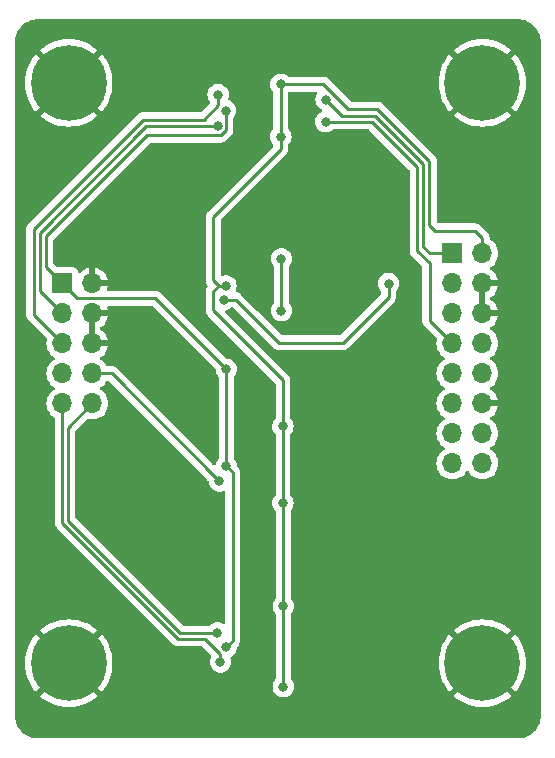
<source format=gbr>
%TF.GenerationSoftware,KiCad,Pcbnew,7.0.10*%
%TF.CreationDate,2024-06-09T22:37:06-03:00*%
%TF.ProjectId,level_translator_4ch,6c657665-6c5f-4747-9261-6e736c61746f,rev?*%
%TF.SameCoordinates,Original*%
%TF.FileFunction,Copper,L2,Bot*%
%TF.FilePolarity,Positive*%
%FSLAX46Y46*%
G04 Gerber Fmt 4.6, Leading zero omitted, Abs format (unit mm)*
G04 Created by KiCad (PCBNEW 7.0.10) date 2024-06-09 22:37:06*
%MOMM*%
%LPD*%
G01*
G04 APERTURE LIST*
%TA.AperFunction,ComponentPad*%
%ADD10C,6.400000*%
%TD*%
%TA.AperFunction,ComponentPad*%
%ADD11R,1.700000X1.700000*%
%TD*%
%TA.AperFunction,ComponentPad*%
%ADD12O,1.700000X1.700000*%
%TD*%
%TA.AperFunction,ViaPad*%
%ADD13C,0.800000*%
%TD*%
%TA.AperFunction,Conductor*%
%ADD14C,0.250000*%
%TD*%
G04 APERTURE END LIST*
D10*
%TO.P,H1,1,1*%
%TO.N,GND*%
X123012200Y-77063600D03*
%TD*%
%TO.P,H3,1,1*%
%TO.N,GND*%
X158038800Y-77063600D03*
%TD*%
%TO.P,H2,1,1*%
%TO.N,GND*%
X123012200Y-126187200D03*
%TD*%
D11*
%TO.P,J1,1,Pin_1*%
%TO.N,/CH2_5V*%
X155498800Y-91490800D03*
D12*
%TO.P,J1,2,Pin_2*%
%TO.N,+5V*%
X158038800Y-91490800D03*
%TO.P,J1,3,Pin_3*%
%TO.N,/CH7_5V*%
X155498800Y-94030800D03*
%TO.P,J1,4,Pin_4*%
%TO.N,GND*%
X158038800Y-94030800D03*
%TO.P,J1,5,Pin_5*%
%TO.N,unconnected-(J1-Pin_5-Pad5)*%
X155498800Y-96570800D03*
%TO.P,J1,6,Pin_6*%
%TO.N,GND*%
X158038800Y-96570800D03*
%TO.P,J1,7,Pin_7*%
%TO.N,/CH1_5V*%
X155498800Y-99110800D03*
%TO.P,J1,8,Pin_8*%
%TO.N,/CH5_5V*%
X158038800Y-99110800D03*
%TO.P,J1,9,Pin_9*%
%TO.N,/CH3_5V*%
X155498800Y-101650800D03*
%TO.P,J1,10,Pin_10*%
%TO.N,unconnected-(J1-Pin_10-Pad10)*%
X158038800Y-101650800D03*
%TO.P,J1,11,Pin_11*%
%TO.N,/CH4_5V*%
X155498800Y-104190800D03*
%TO.P,J1,12,Pin_12*%
%TO.N,GND*%
X158038800Y-104190800D03*
%TO.P,J1,13,Pin_13*%
%TO.N,unconnected-(J1-Pin_13-Pad13)*%
X155498800Y-106730800D03*
%TO.P,J1,14,Pin_14*%
%TO.N,unconnected-(J1-Pin_14-Pad14)*%
X158038800Y-106730800D03*
%TO.P,J1,15,Pin_15*%
%TO.N,unconnected-(J1-Pin_15-Pad15)*%
X155498800Y-109270800D03*
%TO.P,J1,16,Pin_16*%
%TO.N,unconnected-(J1-Pin_16-Pad16)*%
X158038800Y-109270800D03*
%TD*%
D11*
%TO.P,J2,1,Pin_1*%
%TO.N,+3V3*%
X122478800Y-94030800D03*
D12*
%TO.P,J2,2,Pin_2*%
%TO.N,GND*%
X125018800Y-94030800D03*
%TO.P,J2,3,Pin_3*%
%TO.N,/CH1_3V3*%
X122478800Y-96570800D03*
%TO.P,J2,4,Pin_4*%
%TO.N,GND*%
X125018800Y-96570800D03*
%TO.P,J2,5,Pin_5*%
%TO.N,/CH2_3V3*%
X122478800Y-99110800D03*
%TO.P,J2,6,Pin_6*%
%TO.N,GND*%
X125018800Y-99110800D03*
%TO.P,J2,7,Pin_7*%
%TO.N,/CH7_3V3*%
X122478800Y-101650800D03*
%TO.P,J2,8,Pin_8*%
%TO.N,/CH5_3V3*%
X125018800Y-101650800D03*
%TO.P,J2,9,Pin_9*%
%TO.N,/CH3_3V3*%
X122478800Y-104190800D03*
%TO.P,J2,10,Pin_10*%
%TO.N,/CH4_3V3*%
X125018800Y-104190800D03*
%TD*%
D10*
%TO.P,H4,1,1*%
%TO.N,GND*%
X158038800Y-126187200D03*
%TD*%
D13*
%TO.N,GND*%
X160299400Y-104190800D03*
X146024600Y-124790200D03*
X139039600Y-76936600D03*
X139065000Y-91770200D03*
X139242800Y-107086400D03*
X139115800Y-122326400D03*
X145059400Y-113131600D03*
X145034000Y-97917000D03*
X145034000Y-75666600D03*
X132207000Y-82651600D03*
X132232400Y-78359000D03*
X132410200Y-95453200D03*
X132334000Y-126212600D03*
X145161000Y-128473200D03*
X144957800Y-121208800D03*
X145161000Y-106019600D03*
X145135600Y-90754200D03*
X145135600Y-82677000D03*
X134696200Y-108280200D03*
X132029200Y-109550200D03*
%TO.N,+3V3*%
X136347200Y-101295200D03*
X136347200Y-124841000D03*
X136347200Y-109509600D03*
%TO.N,/CH5_3V3*%
X135775700Y-110782100D03*
%TO.N,/CH4_3V3*%
X135597900Y-123634500D03*
%TO.N,/CH3_3V3*%
X135851900Y-126098300D03*
%TO.N,/CH7_5V*%
X150088600Y-94056200D03*
X136144000Y-95402400D03*
%TO.N,+5V*%
X141173200Y-128168400D03*
X141173200Y-121361200D03*
X141147800Y-106121200D03*
X141147800Y-112623600D03*
X136321800Y-94234000D03*
%TO.N,+3V3*%
X141020800Y-91948000D03*
X141020800Y-96342200D03*
X136296400Y-79410600D03*
%TO.N,+5V*%
X140970000Y-77165200D03*
X140970000Y-81610200D03*
%TO.N,/CH1_5V*%
X144754600Y-80353400D03*
%TO.N,/CH2_5V*%
X144805400Y-78472800D03*
%TO.N,/CH1_3V3*%
X135610600Y-80721200D03*
%TO.N,/CH2_3V3*%
X135661400Y-78054200D03*
%TD*%
D14*
%TO.N,/CH5_3V3*%
X126644400Y-101650800D02*
X125018800Y-101650800D01*
X135775700Y-110782100D02*
X126644400Y-101650800D01*
%TO.N,+3V3*%
X121081800Y-92633800D02*
X122478800Y-94030800D01*
X136335600Y-81021505D02*
X135873905Y-81483200D01*
X129641600Y-81483200D02*
X121081800Y-90043000D01*
X136335600Y-79449800D02*
X136335600Y-81021505D01*
X121081800Y-90043000D02*
X121081800Y-92633800D01*
X136296400Y-79410600D02*
X136335600Y-79449800D01*
X135873905Y-81483200D02*
X129641600Y-81483200D01*
%TO.N,/CH1_3V3*%
X120573800Y-94665800D02*
X122478800Y-96570800D01*
X129590800Y-80721200D02*
X120573800Y-89738200D01*
X135610600Y-80721200D02*
X129590800Y-80721200D01*
X120573800Y-89738200D02*
X120573800Y-94665800D01*
%TO.N,/CH2_3V3*%
X120040400Y-89433400D02*
X120040400Y-96672400D01*
X120040400Y-96672400D02*
X122478800Y-99110800D01*
X134467600Y-80162400D02*
X129311400Y-80162400D01*
X135661400Y-78968600D02*
X134467600Y-80162400D01*
X135661400Y-78054200D02*
X135661400Y-78968600D01*
X129311400Y-80162400D02*
X120040400Y-89433400D01*
%TO.N,/CH7_5V*%
X140792200Y-99060000D02*
X137134600Y-95402400D01*
X146202400Y-99060000D02*
X140792200Y-99060000D01*
X150088600Y-95173800D02*
X146202400Y-99060000D01*
X137134600Y-95402400D02*
X136144000Y-95402400D01*
X150088600Y-94056200D02*
X150088600Y-95173800D01*
%TO.N,/CH3_3V3*%
X122478800Y-114300000D02*
X122478800Y-104190800D01*
X132283200Y-124104400D02*
X122478800Y-114300000D01*
X135851900Y-126098300D02*
X135851900Y-125412500D01*
X135851900Y-125412500D02*
X134543800Y-124104400D01*
X134543800Y-124104400D02*
X132283200Y-124104400D01*
%TO.N,/CH4_3V3*%
X122928800Y-106280800D02*
X125018800Y-104190800D01*
X132449696Y-123634500D02*
X122928800Y-114113604D01*
X135597900Y-123634500D02*
X132449696Y-123634500D01*
X122928800Y-114113604D02*
X122928800Y-106280800D01*
%TO.N,/CH1_5V*%
X153568400Y-97180400D02*
X155498800Y-99110800D01*
X152501600Y-84175600D02*
X152501600Y-91262200D01*
X148679400Y-80353400D02*
X152501600Y-84175600D01*
X144754600Y-80353400D02*
X148679400Y-80353400D01*
X152501600Y-91262200D02*
X153568400Y-92329000D01*
X153568400Y-92329000D02*
X153568400Y-97180400D01*
%TO.N,+3V3*%
X123748800Y-95300800D02*
X122478800Y-94030800D01*
X136347200Y-101295200D02*
X130352800Y-95300800D01*
X130352800Y-95300800D02*
X123748800Y-95300800D01*
X136347200Y-109509600D02*
X136347200Y-101295200D01*
X136880600Y-110043000D02*
X136347200Y-109509600D01*
X136347200Y-124841000D02*
X136880600Y-124307600D01*
X136880600Y-124307600D02*
X136880600Y-110043000D01*
%TO.N,+5V*%
X140970000Y-82677000D02*
X135255000Y-88392000D01*
X135255000Y-88392000D02*
X135255000Y-93776800D01*
X135255000Y-93776800D02*
X135712200Y-94234000D01*
X140970000Y-81610200D02*
X140970000Y-77165200D01*
X140970000Y-81610200D02*
X140970000Y-82677000D01*
X158038800Y-90220800D02*
X158038800Y-91490800D01*
X157403800Y-89585800D02*
X158038800Y-90220800D01*
X154000200Y-89585800D02*
X157403800Y-89585800D01*
X153543000Y-89128600D02*
X154000200Y-89585800D01*
X146685000Y-79273400D02*
X149148800Y-79273400D01*
X149148800Y-79273400D02*
X153543000Y-83667600D01*
X144576800Y-77165200D02*
X146685000Y-79273400D01*
X140970000Y-77165200D02*
X144576800Y-77165200D01*
X153543000Y-83667600D02*
X153543000Y-89128600D01*
%TO.N,+3V3*%
X141020800Y-96342200D02*
X141020800Y-91948000D01*
%TO.N,+5V*%
X135229600Y-94716600D02*
X135712200Y-94234000D01*
X135229600Y-96316800D02*
X135229600Y-94716600D01*
X141147800Y-102235000D02*
X135229600Y-96316800D01*
X141147800Y-106121200D02*
X141147800Y-102235000D01*
X136321800Y-94234000D02*
X135712200Y-94234000D01*
X141173200Y-112649000D02*
X141147800Y-112623600D01*
X141173200Y-121361200D02*
X141173200Y-112649000D01*
X141173200Y-128168400D02*
X141173200Y-121361200D01*
X141147800Y-112623600D02*
X141147800Y-106121200D01*
%TO.N,/CH2_5V*%
X153593800Y-91490800D02*
X155498800Y-91490800D01*
X153035000Y-90932000D02*
X153593800Y-91490800D01*
X153035000Y-83921600D02*
X153035000Y-90932000D01*
X148945600Y-79832200D02*
X153035000Y-83921600D01*
X144805400Y-78472800D02*
X146164800Y-79832200D01*
X146164800Y-79832200D02*
X148945600Y-79832200D01*
%TD*%
%TA.AperFunction,Conductor*%
%TO.N,GND*%
G36*
X158288800Y-96135298D02*
G01*
X158181115Y-96086120D01*
X158074563Y-96070800D01*
X158003037Y-96070800D01*
X157896485Y-96086120D01*
X157788800Y-96135298D01*
X157788800Y-94466301D01*
X157896485Y-94515480D01*
X158003037Y-94530800D01*
X158074563Y-94530800D01*
X158181115Y-94515480D01*
X158288800Y-94466301D01*
X158288800Y-96135298D01*
G37*
%TD.AperFunction*%
%TA.AperFunction,Conductor*%
G36*
X126400987Y-102295985D02*
G01*
X126421629Y-102312619D01*
X134836738Y-110727729D01*
X134870223Y-110789052D01*
X134872378Y-110802448D01*
X134880668Y-110881327D01*
X134890026Y-110970356D01*
X134890027Y-110970359D01*
X134948518Y-111150377D01*
X134948521Y-111150384D01*
X135043167Y-111314316D01*
X135169829Y-111454988D01*
X135322965Y-111566248D01*
X135322970Y-111566251D01*
X135495892Y-111643242D01*
X135495897Y-111643244D01*
X135681054Y-111682600D01*
X135681055Y-111682600D01*
X135870344Y-111682600D01*
X135870346Y-111682600D01*
X136055503Y-111643244D01*
X136062809Y-111639990D01*
X136080664Y-111632042D01*
X136149914Y-111622757D01*
X136213190Y-111652385D01*
X136250404Y-111711519D01*
X136255100Y-111745321D01*
X136255100Y-122755541D01*
X136235415Y-122822580D01*
X136182611Y-122868335D01*
X136113453Y-122878279D01*
X136058216Y-122855860D01*
X136050633Y-122850351D01*
X136050629Y-122850348D01*
X135877707Y-122773357D01*
X135877702Y-122773355D01*
X135731901Y-122742365D01*
X135692546Y-122734000D01*
X135503254Y-122734000D01*
X135470797Y-122740898D01*
X135318097Y-122773355D01*
X135318092Y-122773357D01*
X135145170Y-122850348D01*
X135145165Y-122850351D01*
X134992030Y-122961610D01*
X134992026Y-122961614D01*
X134986300Y-122967974D01*
X134926813Y-123004621D01*
X134894152Y-123009000D01*
X132760149Y-123009000D01*
X132693110Y-122989315D01*
X132672468Y-122972681D01*
X123590619Y-113890832D01*
X123557134Y-113829509D01*
X123554300Y-113803151D01*
X123554300Y-106591251D01*
X123573985Y-106524212D01*
X123590614Y-106503574D01*
X124563153Y-105531035D01*
X124624474Y-105497552D01*
X124682925Y-105498943D01*
X124707337Y-105505484D01*
X124783392Y-105525863D01*
X124971718Y-105542339D01*
X125018799Y-105546459D01*
X125018800Y-105546459D01*
X125018801Y-105546459D01*
X125058034Y-105543026D01*
X125254208Y-105525863D01*
X125482463Y-105464703D01*
X125696630Y-105364835D01*
X125890201Y-105229295D01*
X126057295Y-105062201D01*
X126192835Y-104868630D01*
X126292703Y-104654463D01*
X126353863Y-104426208D01*
X126374459Y-104190800D01*
X126353863Y-103955392D01*
X126292703Y-103727137D01*
X126192835Y-103512971D01*
X126187531Y-103505395D01*
X126057294Y-103319397D01*
X125890202Y-103152306D01*
X125890196Y-103152301D01*
X125704642Y-103022375D01*
X125661017Y-102967798D01*
X125653823Y-102898300D01*
X125685346Y-102835945D01*
X125704642Y-102819225D01*
X125726826Y-102803691D01*
X125890201Y-102689295D01*
X126057295Y-102522201D01*
X126192452Y-102329177D01*
X126247029Y-102285552D01*
X126294027Y-102276300D01*
X126333948Y-102276300D01*
X126400987Y-102295985D01*
G37*
%TD.AperFunction*%
%TA.AperFunction,Conductor*%
G36*
X130109387Y-95945985D02*
G01*
X130130029Y-95962619D01*
X135408238Y-101240828D01*
X135441723Y-101302151D01*
X135443878Y-101315547D01*
X135451339Y-101386538D01*
X135461526Y-101483456D01*
X135461527Y-101483459D01*
X135520018Y-101663477D01*
X135520021Y-101663484D01*
X135614667Y-101827416D01*
X135633726Y-101848583D01*
X135689850Y-101910915D01*
X135720080Y-101973906D01*
X135721700Y-101993887D01*
X135721700Y-108810912D01*
X135702015Y-108877951D01*
X135689850Y-108893884D01*
X135614666Y-108977384D01*
X135520021Y-109141315D01*
X135520018Y-109141322D01*
X135459805Y-109326639D01*
X135420367Y-109384315D01*
X135356009Y-109411513D01*
X135287162Y-109399598D01*
X135254193Y-109376002D01*
X127145203Y-101267012D01*
X127135380Y-101254750D01*
X127135159Y-101254934D01*
X127130186Y-101248922D01*
X127081176Y-101202899D01*
X127078377Y-101200186D01*
X127058877Y-101180685D01*
X127058871Y-101180680D01*
X127055686Y-101178209D01*
X127046834Y-101170648D01*
X127014982Y-101140738D01*
X127014980Y-101140736D01*
X127014977Y-101140735D01*
X126997429Y-101131088D01*
X126981163Y-101120404D01*
X126965332Y-101108124D01*
X126925249Y-101090778D01*
X126914763Y-101085641D01*
X126876494Y-101064603D01*
X126876492Y-101064602D01*
X126857093Y-101059622D01*
X126838681Y-101053318D01*
X126820298Y-101045362D01*
X126820292Y-101045360D01*
X126777160Y-101038529D01*
X126765722Y-101036161D01*
X126723420Y-101025300D01*
X126723419Y-101025300D01*
X126703384Y-101025300D01*
X126683986Y-101023773D01*
X126676562Y-101022597D01*
X126664205Y-101020640D01*
X126664204Y-101020640D01*
X126620725Y-101024750D01*
X126609056Y-101025300D01*
X126294027Y-101025300D01*
X126226988Y-101005615D01*
X126192452Y-100972423D01*
X126057294Y-100779397D01*
X125890202Y-100612306D01*
X125890201Y-100612305D01*
X125704205Y-100482069D01*
X125660581Y-100427492D01*
X125653388Y-100357993D01*
X125684910Y-100295639D01*
X125704205Y-100278919D01*
X125889882Y-100148905D01*
X126056905Y-99981882D01*
X126192400Y-99788378D01*
X126292229Y-99574292D01*
X126292232Y-99574286D01*
X126349436Y-99360800D01*
X125452486Y-99360800D01*
X125478293Y-99320644D01*
X125518800Y-99182689D01*
X125518800Y-99038911D01*
X125478293Y-98900956D01*
X125452486Y-98860800D01*
X126349436Y-98860800D01*
X126349435Y-98860799D01*
X126292232Y-98647313D01*
X126292229Y-98647307D01*
X126192400Y-98433222D01*
X126192399Y-98433220D01*
X126056913Y-98239726D01*
X126056908Y-98239720D01*
X125889882Y-98072694D01*
X125703768Y-97942375D01*
X125660144Y-97887798D01*
X125652951Y-97818299D01*
X125684473Y-97755945D01*
X125703768Y-97739225D01*
X125889882Y-97608905D01*
X126056905Y-97441882D01*
X126192400Y-97248378D01*
X126292229Y-97034292D01*
X126292232Y-97034286D01*
X126349436Y-96820800D01*
X125452486Y-96820800D01*
X125478293Y-96780644D01*
X125518800Y-96642689D01*
X125518800Y-96498911D01*
X125478293Y-96360956D01*
X125452486Y-96320800D01*
X126349436Y-96320800D01*
X126349435Y-96320799D01*
X126292232Y-96107313D01*
X126292228Y-96107302D01*
X126290084Y-96102704D01*
X126279592Y-96033627D01*
X126308112Y-95969843D01*
X126366589Y-95931604D01*
X126402466Y-95926300D01*
X130042348Y-95926300D01*
X130109387Y-95945985D01*
G37*
%TD.AperFunction*%
%TA.AperFunction,Conductor*%
G36*
X125268800Y-98675298D02*
G01*
X125161115Y-98626120D01*
X125054563Y-98610800D01*
X124983037Y-98610800D01*
X124876485Y-98626120D01*
X124768800Y-98675298D01*
X124768800Y-97006301D01*
X124876485Y-97055480D01*
X124983037Y-97070800D01*
X125054563Y-97070800D01*
X125161115Y-97055480D01*
X125268800Y-97006301D01*
X125268800Y-98675298D01*
G37*
%TD.AperFunction*%
%TA.AperFunction,Conductor*%
G36*
X125211839Y-95945985D02*
G01*
X125257594Y-95998789D01*
X125268800Y-96050300D01*
X125268800Y-96135298D01*
X125161115Y-96086120D01*
X125054563Y-96070800D01*
X124983037Y-96070800D01*
X124876485Y-96086120D01*
X124768800Y-96135298D01*
X124768800Y-96050300D01*
X124788485Y-95983261D01*
X124841289Y-95937506D01*
X124892800Y-95926300D01*
X125144800Y-95926300D01*
X125211839Y-95945985D01*
G37*
%TD.AperFunction*%
%TA.AperFunction,Conductor*%
G36*
X125268800Y-94551300D02*
G01*
X125249115Y-94618339D01*
X125196311Y-94664094D01*
X125144800Y-94675300D01*
X124892800Y-94675300D01*
X124825761Y-94655615D01*
X124780006Y-94602811D01*
X124768800Y-94551300D01*
X124768800Y-94466301D01*
X124876485Y-94515480D01*
X124983037Y-94530800D01*
X125054563Y-94530800D01*
X125161115Y-94515480D01*
X125268800Y-94466301D01*
X125268800Y-94551300D01*
G37*
%TD.AperFunction*%
%TA.AperFunction,Conductor*%
G36*
X160995842Y-71654164D02*
G01*
X161075386Y-71659378D01*
X161075567Y-71659391D01*
X161253387Y-71672109D01*
X161268704Y-71674172D01*
X161380178Y-71696345D01*
X161382237Y-71696774D01*
X161522040Y-71727186D01*
X161535503Y-71730922D01*
X161649525Y-71769628D01*
X161652874Y-71770820D01*
X161780608Y-71818462D01*
X161792100Y-71823424D01*
X161902487Y-71877861D01*
X161906987Y-71880198D01*
X162024278Y-71944244D01*
X162033742Y-71949974D01*
X162137069Y-72019015D01*
X162142488Y-72022850D01*
X162248527Y-72102230D01*
X162255945Y-72108244D01*
X162349776Y-72190531D01*
X162355698Y-72196078D01*
X162449120Y-72289500D01*
X162454667Y-72295422D01*
X162536950Y-72389248D01*
X162542973Y-72396678D01*
X162580491Y-72446796D01*
X162622348Y-72502710D01*
X162626183Y-72508129D01*
X162695224Y-72611456D01*
X162700954Y-72620920D01*
X162764983Y-72738179D01*
X162767364Y-72742763D01*
X162821769Y-72853087D01*
X162826738Y-72864596D01*
X162874356Y-72992263D01*
X162875593Y-72995738D01*
X162914270Y-73109676D01*
X162918017Y-73123177D01*
X162948413Y-73262908D01*
X162948864Y-73265075D01*
X162971024Y-73376480D01*
X162973091Y-73391825D01*
X162985795Y-73569446D01*
X162985845Y-73570181D01*
X162991034Y-73649341D01*
X162991300Y-73657452D01*
X162991300Y-130558547D01*
X162991034Y-130566658D01*
X162985845Y-130645817D01*
X162985795Y-130646552D01*
X162973091Y-130824173D01*
X162971024Y-130839518D01*
X162948864Y-130950923D01*
X162948413Y-130953090D01*
X162918017Y-131092821D01*
X162914270Y-131106322D01*
X162875593Y-131220260D01*
X162874356Y-131223735D01*
X162826738Y-131351402D01*
X162821769Y-131362911D01*
X162767364Y-131473235D01*
X162764983Y-131477819D01*
X162700954Y-131595078D01*
X162695224Y-131604542D01*
X162626183Y-131707869D01*
X162622348Y-131713288D01*
X162542981Y-131819311D01*
X162536942Y-131826760D01*
X162454667Y-131920576D01*
X162449120Y-131926498D01*
X162355698Y-132019920D01*
X162349776Y-132025467D01*
X162255960Y-132107742D01*
X162248511Y-132113781D01*
X162142488Y-132193148D01*
X162137069Y-132196983D01*
X162033742Y-132266024D01*
X162024278Y-132271754D01*
X161907019Y-132335783D01*
X161902435Y-132338164D01*
X161792111Y-132392569D01*
X161780602Y-132397538D01*
X161652935Y-132445156D01*
X161649460Y-132446393D01*
X161535522Y-132485070D01*
X161522021Y-132488817D01*
X161382290Y-132519213D01*
X161380123Y-132519664D01*
X161268718Y-132541824D01*
X161253373Y-132543891D01*
X161075752Y-132556595D01*
X161075017Y-132556645D01*
X160995858Y-132561834D01*
X160987747Y-132562100D01*
X120444253Y-132562100D01*
X120436142Y-132561834D01*
X120356981Y-132556645D01*
X120356246Y-132556595D01*
X120178625Y-132543891D01*
X120163280Y-132541824D01*
X120051875Y-132519664D01*
X120049708Y-132519213D01*
X119909977Y-132488817D01*
X119896476Y-132485070D01*
X119782538Y-132446393D01*
X119779063Y-132445156D01*
X119651396Y-132397538D01*
X119639887Y-132392569D01*
X119575147Y-132360643D01*
X119529548Y-132338156D01*
X119524979Y-132335783D01*
X119407720Y-132271754D01*
X119398256Y-132266024D01*
X119294929Y-132196983D01*
X119289510Y-132193148D01*
X119233596Y-132151291D01*
X119183478Y-132113773D01*
X119176048Y-132107750D01*
X119082222Y-132025467D01*
X119076300Y-132019920D01*
X118982878Y-131926498D01*
X118977331Y-131920576D01*
X118945650Y-131884451D01*
X118895044Y-131826745D01*
X118889030Y-131819327D01*
X118809650Y-131713288D01*
X118805815Y-131707869D01*
X118736774Y-131604542D01*
X118731044Y-131595078D01*
X118666998Y-131477787D01*
X118664661Y-131473287D01*
X118610224Y-131362900D01*
X118605260Y-131351402D01*
X118557620Y-131223674D01*
X118556428Y-131220325D01*
X118517722Y-131106303D01*
X118513986Y-131092840D01*
X118483574Y-130953037D01*
X118483145Y-130950978D01*
X118460972Y-130839504D01*
X118458909Y-130824187D01*
X118446191Y-130646367D01*
X118446178Y-130646186D01*
X118440965Y-130566643D01*
X118440700Y-130558534D01*
X118440700Y-126187200D01*
X119307122Y-126187200D01*
X119327419Y-126574487D01*
X119388086Y-126957523D01*
X119388087Y-126957530D01*
X119488462Y-127332136D01*
X119627444Y-127694194D01*
X119803510Y-128039743D01*
X120014731Y-128364993D01*
X120223295Y-128622550D01*
X120223296Y-128622550D01*
X121714466Y-127131380D01*
X121877330Y-127322070D01*
X122068019Y-127484933D01*
X120576848Y-128976103D01*
X120576849Y-128976104D01*
X120834406Y-129184668D01*
X121159656Y-129395889D01*
X121505205Y-129571955D01*
X121867263Y-129710937D01*
X122241869Y-129811312D01*
X122241876Y-129811313D01*
X122624912Y-129871980D01*
X123012199Y-129892278D01*
X123012201Y-129892278D01*
X123399487Y-129871980D01*
X123782523Y-129811313D01*
X123782530Y-129811312D01*
X124157136Y-129710937D01*
X124519194Y-129571955D01*
X124864743Y-129395889D01*
X125189983Y-129184676D01*
X125189985Y-129184675D01*
X125447549Y-128976102D01*
X123956380Y-127484933D01*
X124147070Y-127322070D01*
X124309933Y-127131380D01*
X125801102Y-128622549D01*
X126009675Y-128364985D01*
X126009676Y-128364983D01*
X126220889Y-128039743D01*
X126396955Y-127694194D01*
X126535937Y-127332136D01*
X126636312Y-126957530D01*
X126636313Y-126957523D01*
X126696980Y-126574487D01*
X126717278Y-126187200D01*
X126717278Y-126187199D01*
X126696980Y-125799912D01*
X126636313Y-125416876D01*
X126636312Y-125416869D01*
X126535937Y-125042263D01*
X126396955Y-124680205D01*
X126220889Y-124334656D01*
X126009668Y-124009406D01*
X125801104Y-123751849D01*
X125801103Y-123751848D01*
X124309932Y-125243018D01*
X124147070Y-125052330D01*
X123956380Y-124889466D01*
X125447550Y-123398296D01*
X125447550Y-123398295D01*
X125189993Y-123189731D01*
X124864743Y-122978510D01*
X124519194Y-122802444D01*
X124157136Y-122663462D01*
X123782530Y-122563087D01*
X123782523Y-122563086D01*
X123399487Y-122502419D01*
X123012201Y-122482122D01*
X123012199Y-122482122D01*
X122624912Y-122502419D01*
X122241876Y-122563086D01*
X122241869Y-122563087D01*
X121867263Y-122663462D01*
X121505205Y-122802444D01*
X121159656Y-122978510D01*
X120834406Y-123189731D01*
X120576848Y-123398295D01*
X120576848Y-123398296D01*
X122068019Y-124889466D01*
X121877330Y-125052330D01*
X121714466Y-125243018D01*
X120223296Y-123751848D01*
X120223295Y-123751848D01*
X120014731Y-124009406D01*
X119803510Y-124334656D01*
X119627444Y-124680205D01*
X119488462Y-125042263D01*
X119388087Y-125416869D01*
X119388086Y-125416876D01*
X119327419Y-125799912D01*
X119307122Y-126187199D01*
X119307122Y-126187200D01*
X118440700Y-126187200D01*
X118440700Y-89413595D01*
X119410240Y-89413595D01*
X119414350Y-89457074D01*
X119414900Y-89468743D01*
X119414900Y-96589655D01*
X119413175Y-96605272D01*
X119413461Y-96605299D01*
X119412726Y-96613065D01*
X119414839Y-96680272D01*
X119414900Y-96684167D01*
X119414900Y-96711757D01*
X119415403Y-96715735D01*
X119416318Y-96727367D01*
X119417690Y-96771024D01*
X119417691Y-96771027D01*
X119423280Y-96790267D01*
X119427224Y-96809311D01*
X119428676Y-96820800D01*
X119429736Y-96829192D01*
X119445814Y-96869803D01*
X119449597Y-96880852D01*
X119461781Y-96922788D01*
X119471980Y-96940034D01*
X119480538Y-96957503D01*
X119487914Y-96976132D01*
X119513581Y-97011460D01*
X119519993Y-97021221D01*
X119542228Y-97058817D01*
X119542233Y-97058824D01*
X119556390Y-97072980D01*
X119569027Y-97087775D01*
X119580806Y-97103987D01*
X119601452Y-97121067D01*
X119614457Y-97131825D01*
X119623098Y-97139688D01*
X121138562Y-98655152D01*
X121172047Y-98716475D01*
X121170656Y-98774926D01*
X121143738Y-98875386D01*
X121143736Y-98875396D01*
X121123141Y-99110799D01*
X121123141Y-99110800D01*
X121143736Y-99346203D01*
X121143738Y-99346213D01*
X121204894Y-99574455D01*
X121204896Y-99574459D01*
X121204897Y-99574463D01*
X121284804Y-99745823D01*
X121304765Y-99788630D01*
X121304767Y-99788634D01*
X121413081Y-99943321D01*
X121440301Y-99982196D01*
X121440306Y-99982202D01*
X121607397Y-100149293D01*
X121607403Y-100149298D01*
X121792958Y-100279225D01*
X121836583Y-100333802D01*
X121843777Y-100403300D01*
X121812254Y-100465655D01*
X121792958Y-100482375D01*
X121607397Y-100612305D01*
X121440305Y-100779397D01*
X121304765Y-100972969D01*
X121304764Y-100972971D01*
X121204898Y-101187135D01*
X121204894Y-101187144D01*
X121143738Y-101415386D01*
X121143736Y-101415396D01*
X121123141Y-101650799D01*
X121123141Y-101650800D01*
X121143736Y-101886203D01*
X121143738Y-101886213D01*
X121204894Y-102114455D01*
X121204896Y-102114459D01*
X121204897Y-102114463D01*
X121292404Y-102302122D01*
X121304765Y-102328630D01*
X121304767Y-102328634D01*
X121413081Y-102483321D01*
X121440301Y-102522196D01*
X121440306Y-102522202D01*
X121607397Y-102689293D01*
X121607403Y-102689298D01*
X121792958Y-102819225D01*
X121836583Y-102873802D01*
X121843777Y-102943300D01*
X121812254Y-103005655D01*
X121792958Y-103022375D01*
X121607397Y-103152305D01*
X121440305Y-103319397D01*
X121304765Y-103512969D01*
X121304764Y-103512971D01*
X121204898Y-103727135D01*
X121204894Y-103727144D01*
X121143738Y-103955386D01*
X121143736Y-103955396D01*
X121123141Y-104190799D01*
X121123141Y-104190800D01*
X121143736Y-104426203D01*
X121143738Y-104426213D01*
X121204894Y-104654455D01*
X121204896Y-104654459D01*
X121204897Y-104654463D01*
X121287955Y-104832581D01*
X121304765Y-104868630D01*
X121304767Y-104868634D01*
X121413081Y-105023321D01*
X121440305Y-105062201D01*
X121607399Y-105229295D01*
X121800424Y-105364453D01*
X121844048Y-105419028D01*
X121853300Y-105466026D01*
X121853300Y-114217255D01*
X121851575Y-114232872D01*
X121851861Y-114232899D01*
X121851126Y-114240665D01*
X121853239Y-114307872D01*
X121853300Y-114311767D01*
X121853300Y-114339357D01*
X121853803Y-114343335D01*
X121854718Y-114354967D01*
X121856090Y-114398624D01*
X121856091Y-114398627D01*
X121861680Y-114417867D01*
X121865624Y-114436911D01*
X121868136Y-114456792D01*
X121884214Y-114497403D01*
X121887997Y-114508452D01*
X121900181Y-114550388D01*
X121910380Y-114567634D01*
X121918938Y-114585103D01*
X121926314Y-114603732D01*
X121951981Y-114639060D01*
X121958393Y-114648821D01*
X121980628Y-114686417D01*
X121980633Y-114686424D01*
X121994790Y-114700580D01*
X122007428Y-114715376D01*
X122019205Y-114731586D01*
X122019206Y-114731587D01*
X122052857Y-114759425D01*
X122061498Y-114767288D01*
X131782397Y-124488188D01*
X131792222Y-124500451D01*
X131792443Y-124500269D01*
X131797411Y-124506274D01*
X131846422Y-124552299D01*
X131849221Y-124555012D01*
X131868722Y-124574514D01*
X131868726Y-124574517D01*
X131868729Y-124574520D01*
X131871902Y-124576981D01*
X131880774Y-124584559D01*
X131912618Y-124614462D01*
X131930176Y-124624114D01*
X131946435Y-124634795D01*
X131962264Y-124647073D01*
X132002355Y-124664421D01*
X132012826Y-124669551D01*
X132032205Y-124680205D01*
X132051102Y-124690594D01*
X132051104Y-124690595D01*
X132051108Y-124690597D01*
X132070516Y-124695580D01*
X132088919Y-124701881D01*
X132107301Y-124709836D01*
X132107302Y-124709836D01*
X132107304Y-124709837D01*
X132150450Y-124716670D01*
X132161872Y-124719036D01*
X132204181Y-124729900D01*
X132224216Y-124729900D01*
X132243614Y-124731426D01*
X132263394Y-124734559D01*
X132263395Y-124734560D01*
X132263395Y-124734559D01*
X132263396Y-124734560D01*
X132306875Y-124730450D01*
X132318544Y-124729900D01*
X134233348Y-124729900D01*
X134300387Y-124749585D01*
X134321029Y-124766219D01*
X135052645Y-125497835D01*
X135086130Y-125559158D01*
X135081146Y-125628850D01*
X135072352Y-125647514D01*
X135024722Y-125730013D01*
X135024718Y-125730022D01*
X134966227Y-125910040D01*
X134966226Y-125910044D01*
X134946440Y-126098300D01*
X134966226Y-126286556D01*
X134966227Y-126286559D01*
X135024718Y-126466577D01*
X135024721Y-126466584D01*
X135119367Y-126630516D01*
X135246029Y-126771188D01*
X135399165Y-126882448D01*
X135399170Y-126882451D01*
X135572092Y-126959442D01*
X135572097Y-126959444D01*
X135757254Y-126998800D01*
X135757255Y-126998800D01*
X135946544Y-126998800D01*
X135946546Y-126998800D01*
X136131703Y-126959444D01*
X136304630Y-126882451D01*
X136457771Y-126771188D01*
X136584433Y-126630516D01*
X136679079Y-126466584D01*
X136737574Y-126286556D01*
X136757360Y-126098300D01*
X136737574Y-125910044D01*
X136699086Y-125791593D01*
X136697092Y-125721754D01*
X136733172Y-125661921D01*
X136766583Y-125639997D01*
X136799930Y-125625151D01*
X136953071Y-125513888D01*
X137079733Y-125373216D01*
X137174379Y-125209284D01*
X137232874Y-125029256D01*
X137250175Y-124864636D01*
X137276758Y-124800026D01*
X137283085Y-124792738D01*
X137328563Y-124744308D01*
X137331182Y-124741606D01*
X137350720Y-124722070D01*
X137353170Y-124718910D01*
X137360754Y-124710029D01*
X137390662Y-124678182D01*
X137400314Y-124660623D01*
X137410989Y-124644372D01*
X137423274Y-124628536D01*
X137440630Y-124588425D01*
X137445761Y-124577954D01*
X137466794Y-124539698D01*
X137466794Y-124539697D01*
X137466797Y-124539692D01*
X137471780Y-124520280D01*
X137478077Y-124501891D01*
X137486038Y-124483495D01*
X137492870Y-124440348D01*
X137495239Y-124428916D01*
X137506099Y-124386622D01*
X137506100Y-124386617D01*
X137506100Y-124366583D01*
X137507627Y-124347182D01*
X137509611Y-124334656D01*
X137510760Y-124327404D01*
X137506650Y-124283924D01*
X137506100Y-124272255D01*
X137506100Y-110125742D01*
X137507824Y-110110122D01*
X137507539Y-110110095D01*
X137508273Y-110102333D01*
X137506161Y-110035112D01*
X137506100Y-110031218D01*
X137506100Y-110003656D01*
X137506100Y-110003650D01*
X137505596Y-109999668D01*
X137504681Y-109988029D01*
X137503695Y-109956642D01*
X137503310Y-109944373D01*
X137497719Y-109925130D01*
X137493773Y-109906078D01*
X137491264Y-109886208D01*
X137475179Y-109845583D01*
X137471404Y-109834555D01*
X137459218Y-109792610D01*
X137449019Y-109775364D01*
X137440458Y-109757888D01*
X137433087Y-109739271D01*
X137433086Y-109739268D01*
X137407405Y-109703921D01*
X137401009Y-109694182D01*
X137378771Y-109656580D01*
X137378769Y-109656578D01*
X137378766Y-109656574D01*
X137364605Y-109642413D01*
X137351970Y-109627620D01*
X137340193Y-109611412D01*
X137306545Y-109583576D01*
X137297904Y-109575713D01*
X137286160Y-109563969D01*
X137252675Y-109502646D01*
X137250523Y-109489268D01*
X137232874Y-109321344D01*
X137174379Y-109141316D01*
X137079733Y-108977384D01*
X137004550Y-108893884D01*
X136974320Y-108830892D01*
X136972700Y-108810912D01*
X136972700Y-101993887D01*
X136992385Y-101926848D01*
X137004550Y-101910915D01*
X137026830Y-101886170D01*
X137079733Y-101827416D01*
X137174379Y-101663484D01*
X137232874Y-101483456D01*
X137252660Y-101295200D01*
X137232874Y-101106944D01*
X137174379Y-100926916D01*
X137079733Y-100762984D01*
X136953071Y-100622312D01*
X136939299Y-100612306D01*
X136799934Y-100511051D01*
X136799929Y-100511048D01*
X136627007Y-100434057D01*
X136627002Y-100434055D01*
X136480871Y-100402995D01*
X136441846Y-100394700D01*
X136441845Y-100394700D01*
X136382652Y-100394700D01*
X136315613Y-100375015D01*
X136294971Y-100358381D01*
X133584278Y-97647688D01*
X130853603Y-94917012D01*
X130843780Y-94904750D01*
X130843559Y-94904934D01*
X130838586Y-94898922D01*
X130789576Y-94852899D01*
X130786777Y-94850186D01*
X130767277Y-94830685D01*
X130767271Y-94830680D01*
X130764086Y-94828209D01*
X130755234Y-94820648D01*
X130723382Y-94790738D01*
X130723380Y-94790736D01*
X130723377Y-94790735D01*
X130705829Y-94781088D01*
X130689563Y-94770404D01*
X130673732Y-94758124D01*
X130633649Y-94740778D01*
X130623163Y-94735641D01*
X130584894Y-94714603D01*
X130584892Y-94714602D01*
X130565493Y-94709622D01*
X130547081Y-94703318D01*
X130532011Y-94696796D01*
X134599440Y-94696796D01*
X134601123Y-94714602D01*
X134603550Y-94740274D01*
X134604100Y-94751943D01*
X134604100Y-96234055D01*
X134602375Y-96249672D01*
X134602661Y-96249699D01*
X134601926Y-96257465D01*
X134604039Y-96324672D01*
X134604100Y-96328567D01*
X134604100Y-96356157D01*
X134604603Y-96360135D01*
X134605518Y-96371767D01*
X134606890Y-96415424D01*
X134606891Y-96415427D01*
X134612480Y-96434667D01*
X134616424Y-96453711D01*
X134618936Y-96473592D01*
X134635014Y-96514203D01*
X134638797Y-96525252D01*
X134650982Y-96567190D01*
X134653346Y-96571188D01*
X134661180Y-96584434D01*
X134669736Y-96601900D01*
X134674158Y-96613067D01*
X134677114Y-96620532D01*
X134702781Y-96655860D01*
X134709193Y-96665621D01*
X134731428Y-96703217D01*
X134731433Y-96703224D01*
X134745590Y-96717380D01*
X134758227Y-96732175D01*
X134770006Y-96748387D01*
X134797373Y-96771027D01*
X134803657Y-96776225D01*
X134812298Y-96784088D01*
X140485981Y-102457771D01*
X140519466Y-102519094D01*
X140522300Y-102545452D01*
X140522300Y-105422512D01*
X140502615Y-105489551D01*
X140490450Y-105505484D01*
X140415266Y-105588984D01*
X140320621Y-105752915D01*
X140320618Y-105752922D01*
X140286022Y-105859399D01*
X140262126Y-105932944D01*
X140242340Y-106121200D01*
X140262126Y-106309456D01*
X140262127Y-106309459D01*
X140320618Y-106489477D01*
X140320621Y-106489484D01*
X140415267Y-106653416D01*
X140458572Y-106701510D01*
X140490450Y-106736915D01*
X140520680Y-106799906D01*
X140522300Y-106819887D01*
X140522300Y-111924912D01*
X140502615Y-111991951D01*
X140490450Y-112007884D01*
X140415266Y-112091384D01*
X140320621Y-112255315D01*
X140320618Y-112255322D01*
X140262127Y-112435340D01*
X140262126Y-112435344D01*
X140242340Y-112623600D01*
X140262126Y-112811856D01*
X140262127Y-112811859D01*
X140320618Y-112991877D01*
X140320621Y-112991884D01*
X140415267Y-113155816D01*
X140465049Y-113211104D01*
X140515850Y-113267524D01*
X140546080Y-113330515D01*
X140547700Y-113350496D01*
X140547700Y-120662512D01*
X140528015Y-120729551D01*
X140515850Y-120745484D01*
X140440666Y-120828984D01*
X140346021Y-120992915D01*
X140346018Y-120992922D01*
X140287527Y-121172940D01*
X140287526Y-121172944D01*
X140267740Y-121361200D01*
X140287526Y-121549456D01*
X140287527Y-121549459D01*
X140346018Y-121729477D01*
X140346021Y-121729484D01*
X140440667Y-121893416D01*
X140483972Y-121941510D01*
X140515850Y-121976915D01*
X140546080Y-122039906D01*
X140547700Y-122059887D01*
X140547700Y-127469712D01*
X140528015Y-127536751D01*
X140515850Y-127552684D01*
X140440666Y-127636184D01*
X140346021Y-127800115D01*
X140346018Y-127800122D01*
X140287527Y-127980140D01*
X140287526Y-127980144D01*
X140267740Y-128168400D01*
X140287526Y-128356656D01*
X140287527Y-128356659D01*
X140346018Y-128536677D01*
X140346021Y-128536684D01*
X140440667Y-128700616D01*
X140567329Y-128841288D01*
X140720465Y-128952548D01*
X140720470Y-128952551D01*
X140893392Y-129029542D01*
X140893397Y-129029544D01*
X141078554Y-129068900D01*
X141078555Y-129068900D01*
X141267844Y-129068900D01*
X141267846Y-129068900D01*
X141453003Y-129029544D01*
X141625930Y-128952551D01*
X141779071Y-128841288D01*
X141905733Y-128700616D01*
X142000379Y-128536684D01*
X142058874Y-128356656D01*
X142078660Y-128168400D01*
X142058874Y-127980144D01*
X142000379Y-127800116D01*
X141905733Y-127636184D01*
X141888657Y-127617219D01*
X141830550Y-127552684D01*
X141800320Y-127489692D01*
X141798700Y-127469712D01*
X141798700Y-126187200D01*
X154333722Y-126187200D01*
X154354019Y-126574487D01*
X154414686Y-126957523D01*
X154414687Y-126957530D01*
X154515062Y-127332136D01*
X154654044Y-127694194D01*
X154830110Y-128039743D01*
X155041331Y-128364993D01*
X155249895Y-128622550D01*
X155249896Y-128622550D01*
X156741066Y-127131380D01*
X156903930Y-127322070D01*
X157094619Y-127484933D01*
X155603448Y-128976103D01*
X155603449Y-128976104D01*
X155861006Y-129184668D01*
X156186256Y-129395889D01*
X156531805Y-129571955D01*
X156893863Y-129710937D01*
X157268469Y-129811312D01*
X157268476Y-129811313D01*
X157651512Y-129871980D01*
X158038799Y-129892278D01*
X158038801Y-129892278D01*
X158426087Y-129871980D01*
X158809123Y-129811313D01*
X158809130Y-129811312D01*
X159183736Y-129710937D01*
X159545794Y-129571955D01*
X159891343Y-129395889D01*
X160216583Y-129184676D01*
X160216585Y-129184675D01*
X160474149Y-128976102D01*
X158982980Y-127484933D01*
X159173670Y-127322070D01*
X159336533Y-127131380D01*
X160827702Y-128622549D01*
X161036275Y-128364985D01*
X161036276Y-128364983D01*
X161247489Y-128039743D01*
X161423555Y-127694194D01*
X161562537Y-127332136D01*
X161662912Y-126957530D01*
X161662913Y-126957523D01*
X161723580Y-126574487D01*
X161743878Y-126187200D01*
X161743878Y-126187199D01*
X161723580Y-125799912D01*
X161662913Y-125416876D01*
X161662912Y-125416869D01*
X161562537Y-125042263D01*
X161423555Y-124680205D01*
X161247489Y-124334656D01*
X161036268Y-124009406D01*
X160827704Y-123751849D01*
X160827703Y-123751848D01*
X159336532Y-125243018D01*
X159173670Y-125052330D01*
X158982980Y-124889466D01*
X160474150Y-123398296D01*
X160474150Y-123398295D01*
X160216593Y-123189731D01*
X159891343Y-122978510D01*
X159545794Y-122802444D01*
X159183736Y-122663462D01*
X158809130Y-122563087D01*
X158809123Y-122563086D01*
X158426087Y-122502419D01*
X158038801Y-122482122D01*
X158038799Y-122482122D01*
X157651512Y-122502419D01*
X157268476Y-122563086D01*
X157268469Y-122563087D01*
X156893863Y-122663462D01*
X156531805Y-122802444D01*
X156186256Y-122978510D01*
X155861006Y-123189731D01*
X155603448Y-123398295D01*
X155603448Y-123398296D01*
X157094619Y-124889466D01*
X156903930Y-125052330D01*
X156741066Y-125243018D01*
X155249896Y-123751848D01*
X155249895Y-123751848D01*
X155041331Y-124009406D01*
X154830110Y-124334656D01*
X154654044Y-124680205D01*
X154515062Y-125042263D01*
X154414687Y-125416869D01*
X154414686Y-125416876D01*
X154354019Y-125799912D01*
X154333722Y-126187199D01*
X154333722Y-126187200D01*
X141798700Y-126187200D01*
X141798700Y-122059887D01*
X141818385Y-121992848D01*
X141830550Y-121976915D01*
X141849091Y-121956322D01*
X141905733Y-121893416D01*
X142000379Y-121729484D01*
X142058874Y-121549456D01*
X142078660Y-121361200D01*
X142058874Y-121172944D01*
X142000379Y-120992916D01*
X141905733Y-120828984D01*
X141830550Y-120745484D01*
X141800320Y-120682492D01*
X141798700Y-120662512D01*
X141798700Y-113294077D01*
X141818385Y-113227038D01*
X141830543Y-113211112D01*
X141880333Y-113155816D01*
X141974979Y-112991884D01*
X142033474Y-112811856D01*
X142053260Y-112623600D01*
X142033474Y-112435344D01*
X141974979Y-112255316D01*
X141880333Y-112091384D01*
X141805150Y-112007884D01*
X141774920Y-111944892D01*
X141773300Y-111924912D01*
X141773300Y-106819887D01*
X141792985Y-106752848D01*
X141805150Y-106736915D01*
X141823691Y-106716322D01*
X141880333Y-106653416D01*
X141974979Y-106489484D01*
X142033474Y-106309456D01*
X142053260Y-106121200D01*
X142033474Y-105932944D01*
X141974979Y-105752916D01*
X141880333Y-105588984D01*
X141851323Y-105556765D01*
X141805150Y-105505484D01*
X141774920Y-105442492D01*
X141773300Y-105422512D01*
X141773300Y-102317742D01*
X141775024Y-102302122D01*
X141774739Y-102302095D01*
X141775473Y-102294333D01*
X141773361Y-102227112D01*
X141773300Y-102223218D01*
X141773300Y-102195656D01*
X141773300Y-102195650D01*
X141772796Y-102191668D01*
X141771881Y-102180029D01*
X141770510Y-102136373D01*
X141764919Y-102117130D01*
X141760973Y-102098078D01*
X141758464Y-102078208D01*
X141742379Y-102037583D01*
X141738606Y-102026562D01*
X141726418Y-101984610D01*
X141726417Y-101984609D01*
X141726417Y-101984607D01*
X141726416Y-101984606D01*
X141716223Y-101967371D01*
X141707661Y-101949894D01*
X141700287Y-101931269D01*
X141690729Y-101918114D01*
X141674611Y-101895930D01*
X141668205Y-101886177D01*
X141645970Y-101848580D01*
X141645968Y-101848578D01*
X141645965Y-101848574D01*
X141631806Y-101834415D01*
X141619168Y-101819619D01*
X141607394Y-101803413D01*
X141573740Y-101775572D01*
X141565099Y-101767709D01*
X136286032Y-96488641D01*
X136252547Y-96427318D01*
X136257531Y-96357626D01*
X136299403Y-96301693D01*
X136347928Y-96279671D01*
X136423803Y-96263544D01*
X136596730Y-96186551D01*
X136749871Y-96075288D01*
X136749877Y-96075281D01*
X136753462Y-96072053D01*
X136816450Y-96041817D01*
X136885787Y-96050436D01*
X136924124Y-96076514D01*
X140291394Y-99443784D01*
X140301219Y-99456048D01*
X140301440Y-99455866D01*
X140306410Y-99461874D01*
X140355439Y-99507915D01*
X140358236Y-99510626D01*
X140377730Y-99530120D01*
X140380895Y-99532575D01*
X140389771Y-99540156D01*
X140421618Y-99570062D01*
X140429625Y-99574464D01*
X140439173Y-99579713D01*
X140455431Y-99590392D01*
X140471264Y-99602674D01*
X140506610Y-99617968D01*
X140511355Y-99620022D01*
X140521835Y-99625155D01*
X140560108Y-99646197D01*
X140579512Y-99651179D01*
X140597910Y-99657478D01*
X140616305Y-99665438D01*
X140659454Y-99672271D01*
X140670880Y-99674638D01*
X140713181Y-99685500D01*
X140733216Y-99685500D01*
X140752613Y-99687026D01*
X140772396Y-99690160D01*
X140815875Y-99686050D01*
X140827544Y-99685500D01*
X146119657Y-99685500D01*
X146135277Y-99687224D01*
X146135304Y-99686939D01*
X146143060Y-99687671D01*
X146143067Y-99687673D01*
X146210273Y-99685561D01*
X146214168Y-99685500D01*
X146241746Y-99685500D01*
X146241750Y-99685500D01*
X146245724Y-99684997D01*
X146257363Y-99684080D01*
X146301027Y-99682709D01*
X146320269Y-99677117D01*
X146339312Y-99673174D01*
X146359192Y-99670664D01*
X146399801Y-99654585D01*
X146410844Y-99650803D01*
X146452790Y-99638618D01*
X146470029Y-99628422D01*
X146487503Y-99619862D01*
X146506127Y-99612488D01*
X146506127Y-99612487D01*
X146506132Y-99612486D01*
X146541483Y-99586800D01*
X146551214Y-99580408D01*
X146588820Y-99558170D01*
X146602989Y-99543999D01*
X146617779Y-99531368D01*
X146633987Y-99519594D01*
X146661838Y-99485926D01*
X146669679Y-99477309D01*
X150472386Y-95674602D01*
X150484648Y-95664780D01*
X150484465Y-95664559D01*
X150490468Y-95659591D01*
X150490477Y-95659586D01*
X150536534Y-95610539D01*
X150539182Y-95607806D01*
X150558720Y-95588270D01*
X150561170Y-95585110D01*
X150568754Y-95576229D01*
X150598662Y-95544382D01*
X150608314Y-95526823D01*
X150618989Y-95510572D01*
X150631274Y-95494736D01*
X150648630Y-95454625D01*
X150653761Y-95444154D01*
X150674794Y-95405898D01*
X150674794Y-95405897D01*
X150674797Y-95405892D01*
X150679780Y-95386480D01*
X150686077Y-95368091D01*
X150694038Y-95349695D01*
X150700870Y-95306548D01*
X150703239Y-95295116D01*
X150713847Y-95253803D01*
X150714100Y-95252819D01*
X150714100Y-95232783D01*
X150715627Y-95213382D01*
X150718760Y-95193604D01*
X150714650Y-95150124D01*
X150714100Y-95138455D01*
X150714100Y-94754887D01*
X150733785Y-94687848D01*
X150745950Y-94671915D01*
X150776873Y-94637571D01*
X150821133Y-94588416D01*
X150915779Y-94424484D01*
X150974274Y-94244456D01*
X150994060Y-94056200D01*
X150974274Y-93867944D01*
X150915779Y-93687916D01*
X150821133Y-93523984D01*
X150694471Y-93383312D01*
X150680081Y-93372857D01*
X150541334Y-93272051D01*
X150541329Y-93272048D01*
X150368407Y-93195057D01*
X150368402Y-93195055D01*
X150222601Y-93164065D01*
X150183246Y-93155700D01*
X149993954Y-93155700D01*
X149975032Y-93159722D01*
X149808797Y-93195055D01*
X149808792Y-93195057D01*
X149635870Y-93272048D01*
X149635865Y-93272051D01*
X149482729Y-93383311D01*
X149356066Y-93523985D01*
X149261421Y-93687915D01*
X149261418Y-93687922D01*
X149212733Y-93837761D01*
X149202926Y-93867944D01*
X149183140Y-94056200D01*
X149202926Y-94244456D01*
X149202927Y-94244459D01*
X149261418Y-94424477D01*
X149261421Y-94424484D01*
X149356067Y-94588416D01*
X149378033Y-94612811D01*
X149431250Y-94671915D01*
X149461480Y-94734906D01*
X149463100Y-94754887D01*
X149463100Y-94863347D01*
X149443415Y-94930386D01*
X149426781Y-94951028D01*
X145979628Y-98398181D01*
X145918305Y-98431666D01*
X145891947Y-98434500D01*
X141102652Y-98434500D01*
X141035613Y-98414815D01*
X141014971Y-98398181D01*
X139338320Y-96721530D01*
X138958990Y-96342200D01*
X140115340Y-96342200D01*
X140135126Y-96530456D01*
X140135127Y-96530459D01*
X140193618Y-96710477D01*
X140193621Y-96710484D01*
X140288267Y-96874416D01*
X140363079Y-96957503D01*
X140414929Y-97015088D01*
X140568065Y-97126348D01*
X140568070Y-97126351D01*
X140740992Y-97203342D01*
X140740997Y-97203344D01*
X140926154Y-97242700D01*
X140926155Y-97242700D01*
X141115444Y-97242700D01*
X141115446Y-97242700D01*
X141300603Y-97203344D01*
X141473530Y-97126351D01*
X141626671Y-97015088D01*
X141753333Y-96874416D01*
X141847979Y-96710484D01*
X141906474Y-96530456D01*
X141926260Y-96342200D01*
X141906474Y-96153944D01*
X141847979Y-95973916D01*
X141753333Y-95809984D01*
X141723639Y-95777005D01*
X141678150Y-95726484D01*
X141647920Y-95663492D01*
X141646300Y-95643512D01*
X141646300Y-92646687D01*
X141665985Y-92579648D01*
X141678150Y-92563715D01*
X141709139Y-92529298D01*
X141753333Y-92480216D01*
X141847979Y-92316284D01*
X141906474Y-92136256D01*
X141926260Y-91948000D01*
X141906474Y-91759744D01*
X141847979Y-91579716D01*
X141753333Y-91415784D01*
X141626671Y-91275112D01*
X141619734Y-91270072D01*
X141473534Y-91163851D01*
X141473529Y-91163848D01*
X141300607Y-91086857D01*
X141300602Y-91086855D01*
X141154801Y-91055865D01*
X141115446Y-91047500D01*
X140926154Y-91047500D01*
X140893697Y-91054398D01*
X140740997Y-91086855D01*
X140740992Y-91086857D01*
X140568070Y-91163848D01*
X140568065Y-91163851D01*
X140414929Y-91275111D01*
X140288266Y-91415785D01*
X140193621Y-91579715D01*
X140193618Y-91579722D01*
X140135127Y-91759740D01*
X140135126Y-91759744D01*
X140115340Y-91948000D01*
X140135126Y-92136256D01*
X140135127Y-92136259D01*
X140193618Y-92316277D01*
X140193621Y-92316284D01*
X140288267Y-92480216D01*
X140331572Y-92528310D01*
X140363450Y-92563715D01*
X140393680Y-92626706D01*
X140395300Y-92646687D01*
X140395300Y-95643512D01*
X140375615Y-95710551D01*
X140363450Y-95726484D01*
X140288266Y-95809984D01*
X140193621Y-95973915D01*
X140193618Y-95973922D01*
X140135127Y-96153940D01*
X140135126Y-96153944D01*
X140115340Y-96342200D01*
X138958990Y-96342200D01*
X137635403Y-95018612D01*
X137625580Y-95006350D01*
X137625359Y-95006534D01*
X137620386Y-95000522D01*
X137571376Y-94954499D01*
X137568577Y-94951786D01*
X137549077Y-94932285D01*
X137549071Y-94932280D01*
X137545886Y-94929809D01*
X137537034Y-94922248D01*
X137505182Y-94892338D01*
X137505180Y-94892336D01*
X137505177Y-94892335D01*
X137487629Y-94882688D01*
X137471363Y-94872004D01*
X137455532Y-94859724D01*
X137415449Y-94842378D01*
X137404963Y-94837241D01*
X137366694Y-94816203D01*
X137366692Y-94816202D01*
X137347293Y-94811222D01*
X137328881Y-94804918D01*
X137310498Y-94796962D01*
X137310492Y-94796960D01*
X137267360Y-94790129D01*
X137255923Y-94787761D01*
X137227758Y-94780530D01*
X137167719Y-94744793D01*
X137136532Y-94682270D01*
X137144099Y-94612811D01*
X137146364Y-94608225D01*
X137146338Y-94608214D01*
X137148974Y-94602292D01*
X137148979Y-94602284D01*
X137207474Y-94422256D01*
X137227260Y-94234000D01*
X137207474Y-94045744D01*
X137148979Y-93865716D01*
X137054333Y-93701784D01*
X136927671Y-93561112D01*
X136927670Y-93561111D01*
X136774534Y-93449851D01*
X136774529Y-93449848D01*
X136601607Y-93372857D01*
X136601602Y-93372855D01*
X136455801Y-93341865D01*
X136416446Y-93333500D01*
X136227154Y-93333500D01*
X136042237Y-93372805D01*
X136035641Y-93374207D01*
X136035343Y-93372805D01*
X135972965Y-93374581D01*
X135913136Y-93338495D01*
X135882314Y-93275791D01*
X135880500Y-93254658D01*
X135880500Y-88702451D01*
X135900185Y-88635412D01*
X135916814Y-88614775D01*
X141353786Y-83177802D01*
X141366048Y-83167980D01*
X141365865Y-83167759D01*
X141371868Y-83162791D01*
X141371877Y-83162786D01*
X141417934Y-83113739D01*
X141420582Y-83111006D01*
X141440120Y-83091470D01*
X141442570Y-83088310D01*
X141450154Y-83079429D01*
X141480062Y-83047582D01*
X141489714Y-83030023D01*
X141500389Y-83013772D01*
X141512674Y-82997936D01*
X141530030Y-82957825D01*
X141535161Y-82947354D01*
X141556194Y-82909098D01*
X141556194Y-82909097D01*
X141556197Y-82909092D01*
X141561180Y-82889680D01*
X141567477Y-82871291D01*
X141575438Y-82852895D01*
X141582270Y-82809748D01*
X141584639Y-82798316D01*
X141595499Y-82756022D01*
X141595500Y-82756017D01*
X141595500Y-82735983D01*
X141597027Y-82716582D01*
X141600160Y-82696804D01*
X141596050Y-82653324D01*
X141595500Y-82641655D01*
X141595500Y-82308887D01*
X141615185Y-82241848D01*
X141627350Y-82225915D01*
X141645891Y-82205322D01*
X141702533Y-82142416D01*
X141797179Y-81978484D01*
X141855674Y-81798456D01*
X141875460Y-81610200D01*
X141855674Y-81421944D01*
X141797179Y-81241916D01*
X141702533Y-81077984D01*
X141627350Y-80994484D01*
X141597120Y-80931492D01*
X141595500Y-80911512D01*
X141595500Y-77914700D01*
X141615185Y-77847661D01*
X141667989Y-77801906D01*
X141719500Y-77790700D01*
X143944628Y-77790700D01*
X144011667Y-77810385D01*
X144057422Y-77863189D01*
X144067366Y-77932347D01*
X144052015Y-77976699D01*
X143978223Y-78104510D01*
X143978218Y-78104522D01*
X143933401Y-78242456D01*
X143919726Y-78284544D01*
X143899940Y-78472800D01*
X143919726Y-78661056D01*
X143919727Y-78661059D01*
X143978218Y-78841077D01*
X143978221Y-78841084D01*
X144072867Y-79005016D01*
X144106458Y-79042322D01*
X144199529Y-79145688D01*
X144352665Y-79256948D01*
X144352667Y-79256949D01*
X144352670Y-79256951D01*
X144423556Y-79288512D01*
X144476792Y-79333761D01*
X144497113Y-79400610D01*
X144478068Y-79467833D01*
X144425702Y-79514089D01*
X144423556Y-79515069D01*
X144301867Y-79569250D01*
X144301865Y-79569251D01*
X144148729Y-79680511D01*
X144022066Y-79821185D01*
X143927421Y-79985115D01*
X143927418Y-79985122D01*
X143901221Y-80065750D01*
X143868926Y-80165144D01*
X143849140Y-80353400D01*
X143868926Y-80541656D01*
X143868927Y-80541659D01*
X143927418Y-80721677D01*
X143927421Y-80721684D01*
X144022067Y-80885616D01*
X144123104Y-80997829D01*
X144148729Y-81026288D01*
X144301865Y-81137548D01*
X144301870Y-81137551D01*
X144474792Y-81214542D01*
X144474797Y-81214544D01*
X144659954Y-81253900D01*
X144659955Y-81253900D01*
X144849244Y-81253900D01*
X144849246Y-81253900D01*
X145034403Y-81214544D01*
X145207330Y-81137551D01*
X145360471Y-81026288D01*
X145363388Y-81023047D01*
X145366200Y-81019926D01*
X145425687Y-80983279D01*
X145458348Y-80978900D01*
X148368948Y-80978900D01*
X148435987Y-80998585D01*
X148456629Y-81015219D01*
X151839781Y-84398371D01*
X151873266Y-84459694D01*
X151876100Y-84486052D01*
X151876100Y-91179455D01*
X151874375Y-91195072D01*
X151874661Y-91195099D01*
X151873926Y-91202865D01*
X151876039Y-91270072D01*
X151876100Y-91273967D01*
X151876100Y-91301557D01*
X151876603Y-91305535D01*
X151877518Y-91317167D01*
X151878890Y-91360824D01*
X151878891Y-91360827D01*
X151884480Y-91380067D01*
X151888424Y-91399111D01*
X151890531Y-91415784D01*
X151890936Y-91418992D01*
X151907014Y-91459603D01*
X151910797Y-91470652D01*
X151922981Y-91512588D01*
X151933180Y-91529834D01*
X151941738Y-91547303D01*
X151949114Y-91565932D01*
X151974781Y-91601260D01*
X151981193Y-91611021D01*
X152003428Y-91648617D01*
X152003433Y-91648624D01*
X152017590Y-91662780D01*
X152030228Y-91677576D01*
X152042005Y-91693786D01*
X152042006Y-91693787D01*
X152075657Y-91721625D01*
X152084298Y-91729488D01*
X152906581Y-92551771D01*
X152940066Y-92613094D01*
X152942900Y-92639452D01*
X152942900Y-97097655D01*
X152941175Y-97113272D01*
X152941461Y-97113299D01*
X152940726Y-97121065D01*
X152942839Y-97188272D01*
X152942900Y-97192167D01*
X152942900Y-97219757D01*
X152943403Y-97223735D01*
X152944318Y-97235367D01*
X152945690Y-97279024D01*
X152945691Y-97279027D01*
X152951280Y-97298267D01*
X152955224Y-97317311D01*
X152957736Y-97337192D01*
X152973814Y-97377803D01*
X152977597Y-97388852D01*
X152989782Y-97430790D01*
X152996527Y-97442196D01*
X152999980Y-97448034D01*
X153008538Y-97465503D01*
X153015914Y-97484132D01*
X153041581Y-97519460D01*
X153047993Y-97529221D01*
X153070228Y-97566817D01*
X153070233Y-97566824D01*
X153084390Y-97580980D01*
X153097028Y-97595776D01*
X153108805Y-97611986D01*
X153108806Y-97611987D01*
X153142457Y-97639825D01*
X153151098Y-97647688D01*
X154158562Y-98655152D01*
X154192047Y-98716475D01*
X154190656Y-98774926D01*
X154163738Y-98875386D01*
X154163736Y-98875396D01*
X154143141Y-99110799D01*
X154143141Y-99110800D01*
X154163736Y-99346203D01*
X154163738Y-99346213D01*
X154224894Y-99574455D01*
X154224896Y-99574459D01*
X154224897Y-99574463D01*
X154304804Y-99745823D01*
X154324765Y-99788630D01*
X154324767Y-99788634D01*
X154433081Y-99943321D01*
X154460301Y-99982196D01*
X154460306Y-99982202D01*
X154627397Y-100149293D01*
X154627403Y-100149298D01*
X154812958Y-100279225D01*
X154856583Y-100333802D01*
X154863777Y-100403300D01*
X154832254Y-100465655D01*
X154812958Y-100482375D01*
X154627397Y-100612305D01*
X154460305Y-100779397D01*
X154324765Y-100972969D01*
X154324764Y-100972971D01*
X154224898Y-101187135D01*
X154224894Y-101187144D01*
X154163738Y-101415386D01*
X154163736Y-101415396D01*
X154143141Y-101650799D01*
X154143141Y-101650800D01*
X154163736Y-101886203D01*
X154163738Y-101886213D01*
X154224894Y-102114455D01*
X154224896Y-102114459D01*
X154224897Y-102114463D01*
X154312404Y-102302122D01*
X154324765Y-102328630D01*
X154324767Y-102328634D01*
X154433081Y-102483321D01*
X154460301Y-102522196D01*
X154460306Y-102522202D01*
X154627397Y-102689293D01*
X154627403Y-102689298D01*
X154812958Y-102819225D01*
X154856583Y-102873802D01*
X154863777Y-102943300D01*
X154832254Y-103005655D01*
X154812958Y-103022375D01*
X154627397Y-103152305D01*
X154460305Y-103319397D01*
X154324765Y-103512969D01*
X154324764Y-103512971D01*
X154224898Y-103727135D01*
X154224894Y-103727144D01*
X154163738Y-103955386D01*
X154163736Y-103955396D01*
X154143141Y-104190799D01*
X154143141Y-104190800D01*
X154163736Y-104426203D01*
X154163738Y-104426213D01*
X154224894Y-104654455D01*
X154224896Y-104654459D01*
X154224897Y-104654463D01*
X154307955Y-104832581D01*
X154324765Y-104868630D01*
X154324767Y-104868634D01*
X154433081Y-105023321D01*
X154460301Y-105062196D01*
X154460306Y-105062202D01*
X154627397Y-105229293D01*
X154627403Y-105229298D01*
X154812958Y-105359225D01*
X154856583Y-105413802D01*
X154863777Y-105483300D01*
X154832254Y-105545655D01*
X154812958Y-105562375D01*
X154627397Y-105692305D01*
X154460305Y-105859397D01*
X154324765Y-106052969D01*
X154324764Y-106052971D01*
X154224898Y-106267135D01*
X154224894Y-106267144D01*
X154163738Y-106495386D01*
X154163736Y-106495396D01*
X154143141Y-106730799D01*
X154143141Y-106730800D01*
X154163736Y-106966203D01*
X154163738Y-106966213D01*
X154224894Y-107194455D01*
X154224896Y-107194459D01*
X154224897Y-107194463D01*
X154228800Y-107202832D01*
X154324765Y-107408630D01*
X154324767Y-107408634D01*
X154433081Y-107563321D01*
X154460301Y-107602196D01*
X154460306Y-107602202D01*
X154627397Y-107769293D01*
X154627403Y-107769298D01*
X154812958Y-107899225D01*
X154856583Y-107953802D01*
X154863777Y-108023300D01*
X154832254Y-108085655D01*
X154812958Y-108102375D01*
X154627397Y-108232305D01*
X154460305Y-108399397D01*
X154324765Y-108592969D01*
X154324764Y-108592971D01*
X154224898Y-108807135D01*
X154224894Y-108807144D01*
X154163738Y-109035386D01*
X154163736Y-109035396D01*
X154143141Y-109270799D01*
X154143141Y-109270800D01*
X154163736Y-109506203D01*
X154163738Y-109506213D01*
X154224894Y-109734455D01*
X154224896Y-109734459D01*
X154224897Y-109734463D01*
X154308158Y-109913017D01*
X154324765Y-109948630D01*
X154324767Y-109948634D01*
X154383961Y-110033171D01*
X154460305Y-110142201D01*
X154627399Y-110309295D01*
X154724184Y-110377065D01*
X154820965Y-110444832D01*
X154820967Y-110444833D01*
X154820970Y-110444835D01*
X155035137Y-110544703D01*
X155263392Y-110605863D01*
X155451718Y-110622339D01*
X155498799Y-110626459D01*
X155498800Y-110626459D01*
X155498801Y-110626459D01*
X155538034Y-110623026D01*
X155734208Y-110605863D01*
X155962463Y-110544703D01*
X156176630Y-110444835D01*
X156370201Y-110309295D01*
X156537295Y-110142201D01*
X156667225Y-109956642D01*
X156721802Y-109913017D01*
X156791300Y-109905823D01*
X156853655Y-109937346D01*
X156870375Y-109956642D01*
X157000300Y-110142195D01*
X157000305Y-110142201D01*
X157167399Y-110309295D01*
X157264184Y-110377065D01*
X157360965Y-110444832D01*
X157360967Y-110444833D01*
X157360970Y-110444835D01*
X157575137Y-110544703D01*
X157803392Y-110605863D01*
X157991718Y-110622339D01*
X158038799Y-110626459D01*
X158038800Y-110626459D01*
X158038801Y-110626459D01*
X158078034Y-110623026D01*
X158274208Y-110605863D01*
X158502463Y-110544703D01*
X158716630Y-110444835D01*
X158910201Y-110309295D01*
X159077295Y-110142201D01*
X159212835Y-109948630D01*
X159312703Y-109734463D01*
X159373863Y-109506208D01*
X159394459Y-109270800D01*
X159373863Y-109035392D01*
X159319068Y-108830892D01*
X159312705Y-108807144D01*
X159312704Y-108807143D01*
X159312703Y-108807137D01*
X159212835Y-108592971D01*
X159207225Y-108584958D01*
X159077294Y-108399397D01*
X158910202Y-108232306D01*
X158910196Y-108232301D01*
X158724642Y-108102375D01*
X158681017Y-108047798D01*
X158673823Y-107978300D01*
X158705346Y-107915945D01*
X158724642Y-107899225D01*
X158746826Y-107883691D01*
X158910201Y-107769295D01*
X159077295Y-107602201D01*
X159212835Y-107408630D01*
X159312703Y-107194463D01*
X159373863Y-106966208D01*
X159394459Y-106730800D01*
X159373863Y-106495392D01*
X159312703Y-106267137D01*
X159212835Y-106052971D01*
X159207225Y-106044958D01*
X159077294Y-105859397D01*
X158910202Y-105692306D01*
X158910201Y-105692305D01*
X158724205Y-105562069D01*
X158680581Y-105507492D01*
X158673388Y-105437993D01*
X158704910Y-105375639D01*
X158724205Y-105358919D01*
X158909882Y-105228905D01*
X159076905Y-105061882D01*
X159212400Y-104868378D01*
X159312229Y-104654292D01*
X159312232Y-104654286D01*
X159369436Y-104440800D01*
X158472486Y-104440800D01*
X158498293Y-104400644D01*
X158538800Y-104262689D01*
X158538800Y-104118911D01*
X158498293Y-103980956D01*
X158472486Y-103940800D01*
X159369436Y-103940800D01*
X159369435Y-103940799D01*
X159312232Y-103727313D01*
X159312229Y-103727307D01*
X159212400Y-103513222D01*
X159212399Y-103513220D01*
X159076913Y-103319726D01*
X159076908Y-103319720D01*
X158909878Y-103152690D01*
X158724205Y-103022679D01*
X158680580Y-102968102D01*
X158673388Y-102898604D01*
X158704910Y-102836249D01*
X158724206Y-102819530D01*
X158724642Y-102819225D01*
X158910201Y-102689295D01*
X159077295Y-102522201D01*
X159212835Y-102328630D01*
X159312703Y-102114463D01*
X159373863Y-101886208D01*
X159394459Y-101650800D01*
X159373863Y-101415392D01*
X159316571Y-101201573D01*
X159312705Y-101187144D01*
X159312704Y-101187143D01*
X159312703Y-101187137D01*
X159212835Y-100972971D01*
X159212452Y-100972423D01*
X159077294Y-100779397D01*
X158910202Y-100612306D01*
X158910196Y-100612301D01*
X158724642Y-100482375D01*
X158681017Y-100427798D01*
X158673823Y-100358300D01*
X158705346Y-100295945D01*
X158724642Y-100279225D01*
X158746826Y-100263691D01*
X158910201Y-100149295D01*
X159077295Y-99982201D01*
X159212835Y-99788630D01*
X159312703Y-99574463D01*
X159373863Y-99346208D01*
X159394459Y-99110800D01*
X159373863Y-98875392D01*
X159312703Y-98647137D01*
X159212835Y-98432971D01*
X159211922Y-98431666D01*
X159077294Y-98239397D01*
X158910202Y-98072306D01*
X158910201Y-98072305D01*
X158724205Y-97942069D01*
X158680581Y-97887492D01*
X158673388Y-97817993D01*
X158704910Y-97755639D01*
X158724205Y-97738919D01*
X158909882Y-97608905D01*
X159076905Y-97441882D01*
X159212400Y-97248378D01*
X159312229Y-97034292D01*
X159312232Y-97034286D01*
X159369436Y-96820800D01*
X158472486Y-96820800D01*
X158498293Y-96780644D01*
X158538800Y-96642689D01*
X158538800Y-96498911D01*
X158498293Y-96360956D01*
X158472486Y-96320800D01*
X159369436Y-96320800D01*
X159369435Y-96320799D01*
X159312232Y-96107313D01*
X159312229Y-96107307D01*
X159212400Y-95893222D01*
X159212399Y-95893220D01*
X159076913Y-95699726D01*
X159076908Y-95699720D01*
X158909882Y-95532694D01*
X158723768Y-95402375D01*
X158680144Y-95347798D01*
X158672951Y-95278299D01*
X158704473Y-95215945D01*
X158723768Y-95199225D01*
X158909882Y-95068905D01*
X159076905Y-94901882D01*
X159212400Y-94708378D01*
X159312229Y-94494292D01*
X159312232Y-94494286D01*
X159369436Y-94280800D01*
X158472486Y-94280800D01*
X158498293Y-94240644D01*
X158538800Y-94102689D01*
X158538800Y-93958911D01*
X158498293Y-93820956D01*
X158472486Y-93780800D01*
X159369436Y-93780800D01*
X159369435Y-93780799D01*
X159312232Y-93567313D01*
X159312229Y-93567307D01*
X159212400Y-93353222D01*
X159212399Y-93353220D01*
X159076913Y-93159726D01*
X159076908Y-93159720D01*
X158909878Y-92992690D01*
X158724205Y-92862679D01*
X158680580Y-92808102D01*
X158673388Y-92738604D01*
X158704910Y-92676249D01*
X158724206Y-92659530D01*
X158742548Y-92646687D01*
X158910201Y-92529295D01*
X159077295Y-92362201D01*
X159212835Y-92168630D01*
X159312703Y-91954463D01*
X159373863Y-91726208D01*
X159394459Y-91490800D01*
X159373863Y-91255392D01*
X159312703Y-91027137D01*
X159212835Y-90812971D01*
X159077295Y-90619399D01*
X159077294Y-90619397D01*
X158910202Y-90452306D01*
X158910196Y-90452301D01*
X158717387Y-90317295D01*
X158673762Y-90262718D01*
X158664571Y-90219604D01*
X158664361Y-90212902D01*
X158664300Y-90209018D01*
X158664300Y-90181456D01*
X158664300Y-90181450D01*
X158663796Y-90177468D01*
X158662881Y-90165829D01*
X158661510Y-90122173D01*
X158655919Y-90102930D01*
X158651973Y-90083878D01*
X158649464Y-90064008D01*
X158633379Y-90023383D01*
X158629606Y-90012362D01*
X158617418Y-89970410D01*
X158617417Y-89970409D01*
X158617417Y-89970407D01*
X158617416Y-89970406D01*
X158607223Y-89953171D01*
X158598661Y-89935694D01*
X158591287Y-89917069D01*
X158565616Y-89881737D01*
X158559205Y-89871977D01*
X158536970Y-89834380D01*
X158536968Y-89834378D01*
X158536965Y-89834374D01*
X158522806Y-89820215D01*
X158510168Y-89805419D01*
X158498394Y-89789213D01*
X158464740Y-89761372D01*
X158456099Y-89753509D01*
X157904603Y-89202012D01*
X157894780Y-89189750D01*
X157894559Y-89189934D01*
X157889586Y-89183922D01*
X157840576Y-89137899D01*
X157837777Y-89135186D01*
X157818277Y-89115685D01*
X157818271Y-89115680D01*
X157815086Y-89113209D01*
X157806234Y-89105648D01*
X157774382Y-89075738D01*
X157774380Y-89075736D01*
X157774377Y-89075735D01*
X157756829Y-89066088D01*
X157740563Y-89055404D01*
X157724732Y-89043124D01*
X157684649Y-89025778D01*
X157674163Y-89020641D01*
X157635894Y-88999603D01*
X157635892Y-88999602D01*
X157616493Y-88994622D01*
X157598081Y-88988318D01*
X157579698Y-88980362D01*
X157579692Y-88980360D01*
X157536560Y-88973529D01*
X157525122Y-88971161D01*
X157482820Y-88960300D01*
X157482819Y-88960300D01*
X157462784Y-88960300D01*
X157443386Y-88958773D01*
X157435962Y-88957597D01*
X157423605Y-88955640D01*
X157423604Y-88955640D01*
X157380125Y-88959750D01*
X157368456Y-88960300D01*
X154310653Y-88960300D01*
X154243614Y-88940615D01*
X154222972Y-88923981D01*
X154204819Y-88905828D01*
X154171334Y-88844505D01*
X154168500Y-88818147D01*
X154168500Y-83750337D01*
X154170224Y-83734723D01*
X154169938Y-83734696D01*
X154170672Y-83726933D01*
X154168561Y-83659744D01*
X154168500Y-83655850D01*
X154168500Y-83628251D01*
X154168500Y-83628250D01*
X154167997Y-83624270D01*
X154167080Y-83612621D01*
X154165709Y-83568973D01*
X154160122Y-83549744D01*
X154156174Y-83530684D01*
X154153664Y-83510808D01*
X154137585Y-83470197D01*
X154133804Y-83459152D01*
X154121619Y-83417212D01*
X154111418Y-83399963D01*
X154102860Y-83382494D01*
X154095486Y-83363868D01*
X154095483Y-83363864D01*
X154095483Y-83363863D01*
X154069816Y-83328535D01*
X154063403Y-83318772D01*
X154041172Y-83281183D01*
X154041170Y-83281179D01*
X154041166Y-83281175D01*
X154041163Y-83281171D01*
X154027005Y-83267013D01*
X154014370Y-83252220D01*
X154002593Y-83236012D01*
X153968945Y-83208176D01*
X153960304Y-83200313D01*
X149649603Y-78889612D01*
X149639780Y-78877350D01*
X149639559Y-78877534D01*
X149634586Y-78871522D01*
X149585576Y-78825499D01*
X149582777Y-78822786D01*
X149563277Y-78803285D01*
X149563271Y-78803280D01*
X149560086Y-78800809D01*
X149551234Y-78793248D01*
X149519382Y-78763338D01*
X149519380Y-78763336D01*
X149519377Y-78763335D01*
X149501829Y-78753688D01*
X149485563Y-78743004D01*
X149478739Y-78737711D01*
X149469736Y-78730727D01*
X149469735Y-78730726D01*
X149469732Y-78730724D01*
X149429649Y-78713378D01*
X149419163Y-78708241D01*
X149380894Y-78687203D01*
X149380892Y-78687202D01*
X149361493Y-78682222D01*
X149343081Y-78675918D01*
X149324698Y-78667962D01*
X149324692Y-78667960D01*
X149281560Y-78661129D01*
X149270122Y-78658761D01*
X149227820Y-78647900D01*
X149227819Y-78647900D01*
X149207784Y-78647900D01*
X149188386Y-78646373D01*
X149180962Y-78645197D01*
X149168605Y-78643240D01*
X149168604Y-78643240D01*
X149125125Y-78647350D01*
X149113456Y-78647900D01*
X146995452Y-78647900D01*
X146928413Y-78628215D01*
X146907771Y-78611581D01*
X145993606Y-77697416D01*
X145359791Y-77063600D01*
X154333722Y-77063600D01*
X154354019Y-77450887D01*
X154414686Y-77833923D01*
X154414687Y-77833930D01*
X154515062Y-78208536D01*
X154654044Y-78570594D01*
X154830110Y-78916143D01*
X155041331Y-79241393D01*
X155249895Y-79498950D01*
X155249896Y-79498950D01*
X156741066Y-78007780D01*
X156903930Y-78198470D01*
X157094619Y-78361333D01*
X155603448Y-79852503D01*
X155603449Y-79852504D01*
X155861006Y-80061068D01*
X156186256Y-80272289D01*
X156531805Y-80448355D01*
X156893863Y-80587337D01*
X157268469Y-80687712D01*
X157268476Y-80687713D01*
X157651512Y-80748380D01*
X158038799Y-80768678D01*
X158038801Y-80768678D01*
X158426087Y-80748380D01*
X158809123Y-80687713D01*
X158809130Y-80687712D01*
X159183736Y-80587337D01*
X159545794Y-80448355D01*
X159891343Y-80272289D01*
X160216583Y-80061076D01*
X160216585Y-80061075D01*
X160474149Y-79852502D01*
X158982980Y-78361333D01*
X159173670Y-78198470D01*
X159336533Y-78007780D01*
X160827702Y-79498949D01*
X161036275Y-79241385D01*
X161036276Y-79241383D01*
X161247489Y-78916143D01*
X161423555Y-78570594D01*
X161562537Y-78208536D01*
X161662912Y-77833930D01*
X161662913Y-77833923D01*
X161723580Y-77450887D01*
X161743878Y-77063600D01*
X161743878Y-77063599D01*
X161723580Y-76676312D01*
X161662913Y-76293276D01*
X161662912Y-76293269D01*
X161562537Y-75918663D01*
X161423555Y-75556605D01*
X161247489Y-75211056D01*
X161036268Y-74885806D01*
X160827704Y-74628249D01*
X160827703Y-74628248D01*
X159336532Y-76119418D01*
X159173670Y-75928730D01*
X158982980Y-75765866D01*
X160474150Y-74274696D01*
X160474150Y-74274695D01*
X160216593Y-74066131D01*
X159891343Y-73854910D01*
X159545794Y-73678844D01*
X159183736Y-73539862D01*
X158809130Y-73439487D01*
X158809123Y-73439486D01*
X158426087Y-73378819D01*
X158038801Y-73358522D01*
X158038799Y-73358522D01*
X157651512Y-73378819D01*
X157268476Y-73439486D01*
X157268469Y-73439487D01*
X156893863Y-73539862D01*
X156531805Y-73678844D01*
X156186256Y-73854910D01*
X155861006Y-74066131D01*
X155603448Y-74274695D01*
X155603448Y-74274696D01*
X157094619Y-75765866D01*
X156903930Y-75928730D01*
X156741066Y-76119418D01*
X155249896Y-74628248D01*
X155249895Y-74628248D01*
X155041331Y-74885806D01*
X154830110Y-75211056D01*
X154654044Y-75556605D01*
X154515062Y-75918663D01*
X154414687Y-76293269D01*
X154414686Y-76293276D01*
X154354019Y-76676312D01*
X154333722Y-77063599D01*
X154333722Y-77063600D01*
X145359791Y-77063600D01*
X145077603Y-76781412D01*
X145067780Y-76769150D01*
X145067559Y-76769334D01*
X145062586Y-76763322D01*
X145013576Y-76717299D01*
X145010777Y-76714586D01*
X144991277Y-76695085D01*
X144991271Y-76695080D01*
X144988086Y-76692609D01*
X144979234Y-76685048D01*
X144947382Y-76655138D01*
X144947380Y-76655136D01*
X144947377Y-76655135D01*
X144929829Y-76645488D01*
X144913563Y-76634804D01*
X144897732Y-76622524D01*
X144857649Y-76605178D01*
X144847163Y-76600041D01*
X144808894Y-76579003D01*
X144808892Y-76579002D01*
X144789493Y-76574022D01*
X144771081Y-76567718D01*
X144752698Y-76559762D01*
X144752692Y-76559760D01*
X144709560Y-76552929D01*
X144698122Y-76550561D01*
X144655820Y-76539700D01*
X144655819Y-76539700D01*
X144635784Y-76539700D01*
X144616386Y-76538173D01*
X144608962Y-76536997D01*
X144596605Y-76535040D01*
X144596604Y-76535040D01*
X144553125Y-76539150D01*
X144541456Y-76539700D01*
X141673748Y-76539700D01*
X141606709Y-76520015D01*
X141581600Y-76498674D01*
X141575873Y-76492314D01*
X141575869Y-76492310D01*
X141422734Y-76381051D01*
X141422729Y-76381048D01*
X141249807Y-76304057D01*
X141249802Y-76304055D01*
X141104001Y-76273065D01*
X141064646Y-76264700D01*
X140875354Y-76264700D01*
X140842897Y-76271598D01*
X140690197Y-76304055D01*
X140690192Y-76304057D01*
X140517270Y-76381048D01*
X140517265Y-76381051D01*
X140364129Y-76492311D01*
X140237466Y-76632985D01*
X140142821Y-76796915D01*
X140142818Y-76796922D01*
X140084327Y-76976940D01*
X140084326Y-76976944D01*
X140064540Y-77165200D01*
X140084326Y-77353456D01*
X140084327Y-77353459D01*
X140142818Y-77533477D01*
X140142821Y-77533484D01*
X140237467Y-77697416D01*
X140280772Y-77745510D01*
X140312650Y-77780915D01*
X140342880Y-77843906D01*
X140344500Y-77863887D01*
X140344500Y-80911512D01*
X140324815Y-80978551D01*
X140312650Y-80994484D01*
X140237466Y-81077984D01*
X140142821Y-81241915D01*
X140142818Y-81241922D01*
X140084327Y-81421940D01*
X140084326Y-81421944D01*
X140064540Y-81610200D01*
X140084326Y-81798456D01*
X140084327Y-81798459D01*
X140142818Y-81978477D01*
X140142821Y-81978484D01*
X140237467Y-82142416D01*
X140280772Y-82190510D01*
X140312650Y-82225915D01*
X140342880Y-82288906D01*
X140344500Y-82308887D01*
X140344500Y-82366546D01*
X140324815Y-82433585D01*
X140308181Y-82454227D01*
X134871208Y-87891199D01*
X134858951Y-87901020D01*
X134859134Y-87901241D01*
X134853122Y-87906214D01*
X134807098Y-87955223D01*
X134804391Y-87958016D01*
X134784889Y-87977517D01*
X134784875Y-87977534D01*
X134782407Y-87980715D01*
X134774843Y-87989570D01*
X134744937Y-88021418D01*
X134744936Y-88021420D01*
X134735284Y-88038976D01*
X134724610Y-88055226D01*
X134712329Y-88071061D01*
X134712324Y-88071068D01*
X134694975Y-88111158D01*
X134689838Y-88121644D01*
X134668803Y-88159906D01*
X134663822Y-88179307D01*
X134657521Y-88197710D01*
X134649562Y-88216102D01*
X134649561Y-88216105D01*
X134642728Y-88259243D01*
X134640360Y-88270674D01*
X134629501Y-88312971D01*
X134629500Y-88312982D01*
X134629500Y-88333016D01*
X134627973Y-88352415D01*
X134624840Y-88372194D01*
X134624840Y-88372195D01*
X134628950Y-88415674D01*
X134629500Y-88427343D01*
X134629500Y-93694055D01*
X134627775Y-93709672D01*
X134628061Y-93709699D01*
X134627326Y-93717465D01*
X134629439Y-93784672D01*
X134629500Y-93788567D01*
X134629500Y-93816157D01*
X134630003Y-93820135D01*
X134630918Y-93831767D01*
X134632290Y-93875424D01*
X134632291Y-93875427D01*
X134637880Y-93894667D01*
X134641824Y-93913711D01*
X134644336Y-93933592D01*
X134660414Y-93974203D01*
X134664197Y-93985252D01*
X134676381Y-94027188D01*
X134686580Y-94044434D01*
X134695138Y-94061903D01*
X134702514Y-94080532D01*
X134728181Y-94115860D01*
X134734593Y-94125621D01*
X134760800Y-94169933D01*
X134758066Y-94171549D01*
X134778238Y-94222965D01*
X134764541Y-94291479D01*
X134745117Y-94318777D01*
X134719537Y-94346018D01*
X134719536Y-94346020D01*
X134709884Y-94363576D01*
X134699210Y-94379826D01*
X134686929Y-94395661D01*
X134686924Y-94395668D01*
X134669575Y-94435758D01*
X134664438Y-94446244D01*
X134643403Y-94484506D01*
X134638422Y-94503907D01*
X134632121Y-94522310D01*
X134624162Y-94540702D01*
X134624161Y-94540705D01*
X134617328Y-94583843D01*
X134614960Y-94595274D01*
X134604101Y-94637571D01*
X134604100Y-94637582D01*
X134604100Y-94657616D01*
X134602573Y-94677013D01*
X134599440Y-94696796D01*
X130532011Y-94696796D01*
X130528698Y-94695362D01*
X130528692Y-94695360D01*
X130485560Y-94688529D01*
X130474122Y-94686161D01*
X130431820Y-94675300D01*
X130431819Y-94675300D01*
X130411784Y-94675300D01*
X130392386Y-94673773D01*
X130384859Y-94672581D01*
X130372605Y-94670640D01*
X130372604Y-94670640D01*
X130329125Y-94674750D01*
X130317456Y-94675300D01*
X126402466Y-94675300D01*
X126335427Y-94655615D01*
X126289672Y-94602811D01*
X126279728Y-94533653D01*
X126290084Y-94498896D01*
X126292228Y-94494297D01*
X126292232Y-94494286D01*
X126349436Y-94280800D01*
X125452486Y-94280800D01*
X125478293Y-94240644D01*
X125518800Y-94102689D01*
X125518800Y-93958911D01*
X125478293Y-93820956D01*
X125452486Y-93780800D01*
X126349436Y-93780800D01*
X126349435Y-93780799D01*
X126292232Y-93567313D01*
X126292229Y-93567307D01*
X126192400Y-93353222D01*
X126192399Y-93353220D01*
X126056913Y-93159726D01*
X126056908Y-93159720D01*
X125889882Y-92992694D01*
X125696378Y-92857199D01*
X125482292Y-92757370D01*
X125482286Y-92757367D01*
X125268800Y-92700164D01*
X125268800Y-93595298D01*
X125161115Y-93546120D01*
X125054563Y-93530800D01*
X124983037Y-93530800D01*
X124876485Y-93546120D01*
X124768800Y-93595298D01*
X124768800Y-92700164D01*
X124768799Y-92700164D01*
X124555313Y-92757367D01*
X124555307Y-92757370D01*
X124341222Y-92857199D01*
X124341220Y-92857200D01*
X124147726Y-92992686D01*
X124025665Y-93114747D01*
X123964342Y-93148231D01*
X123894650Y-93143247D01*
X123838717Y-93101375D01*
X123821802Y-93070398D01*
X123772597Y-92938471D01*
X123772593Y-92938464D01*
X123686347Y-92823255D01*
X123686344Y-92823252D01*
X123571135Y-92737006D01*
X123571128Y-92737002D01*
X123436282Y-92686708D01*
X123436283Y-92686708D01*
X123376683Y-92680301D01*
X123376681Y-92680300D01*
X123376673Y-92680300D01*
X123376665Y-92680300D01*
X122064253Y-92680300D01*
X121997214Y-92660615D01*
X121976572Y-92643981D01*
X121743619Y-92411028D01*
X121710134Y-92349705D01*
X121707300Y-92323347D01*
X121707300Y-90353452D01*
X121726985Y-90286413D01*
X121743619Y-90265771D01*
X129864372Y-82145019D01*
X129925695Y-82111534D01*
X129952053Y-82108700D01*
X135791162Y-82108700D01*
X135806782Y-82110424D01*
X135806809Y-82110139D01*
X135814565Y-82110871D01*
X135814572Y-82110873D01*
X135881778Y-82108761D01*
X135885673Y-82108700D01*
X135913251Y-82108700D01*
X135913255Y-82108700D01*
X135917229Y-82108197D01*
X135928868Y-82107280D01*
X135972532Y-82105909D01*
X135991774Y-82100317D01*
X136010817Y-82096374D01*
X136030697Y-82093864D01*
X136071306Y-82077785D01*
X136082349Y-82074003D01*
X136124295Y-82061818D01*
X136141534Y-82051622D01*
X136159008Y-82043062D01*
X136177632Y-82035688D01*
X136177632Y-82035687D01*
X136177637Y-82035686D01*
X136212988Y-82010000D01*
X136222719Y-82003608D01*
X136260325Y-81981370D01*
X136274494Y-81967199D01*
X136289284Y-81954568D01*
X136305492Y-81942794D01*
X136333343Y-81909126D01*
X136341184Y-81900509D01*
X136719385Y-81522308D01*
X136731641Y-81512492D01*
X136731458Y-81512270D01*
X136737470Y-81507295D01*
X136737477Y-81507291D01*
X136783549Y-81458227D01*
X136786166Y-81455528D01*
X136805720Y-81435976D01*
X136808176Y-81432808D01*
X136815756Y-81423932D01*
X136845662Y-81392087D01*
X136855313Y-81374529D01*
X136865996Y-81358266D01*
X136878273Y-81342441D01*
X136895621Y-81302349D01*
X136900751Y-81291876D01*
X136921797Y-81253597D01*
X136926780Y-81234185D01*
X136933081Y-81215785D01*
X136941037Y-81197401D01*
X136947870Y-81154253D01*
X136950233Y-81142843D01*
X136961100Y-81100524D01*
X136961100Y-81080488D01*
X136962627Y-81061087D01*
X136965760Y-81041309D01*
X136961650Y-80997829D01*
X136961100Y-80986160D01*
X136961100Y-80065750D01*
X136980785Y-79998711D01*
X136992951Y-79982777D01*
X137028933Y-79942816D01*
X137123579Y-79778884D01*
X137182074Y-79598856D01*
X137201860Y-79410600D01*
X137182074Y-79222344D01*
X137123579Y-79042316D01*
X137028933Y-78878384D01*
X136902271Y-78737712D01*
X136892653Y-78730724D01*
X136749134Y-78626451D01*
X136749129Y-78626448D01*
X136570266Y-78546812D01*
X136570915Y-78545352D01*
X136519887Y-78510461D01*
X136492687Y-78446103D01*
X136497947Y-78393650D01*
X136547074Y-78242456D01*
X136566860Y-78054200D01*
X136547074Y-77865944D01*
X136488579Y-77685916D01*
X136393933Y-77521984D01*
X136267271Y-77381312D01*
X136267270Y-77381311D01*
X136114134Y-77270051D01*
X136114129Y-77270048D01*
X135941207Y-77193057D01*
X135941202Y-77193055D01*
X135795401Y-77162065D01*
X135756046Y-77153700D01*
X135566754Y-77153700D01*
X135534297Y-77160598D01*
X135381597Y-77193055D01*
X135381592Y-77193057D01*
X135208670Y-77270048D01*
X135208665Y-77270051D01*
X135055529Y-77381311D01*
X134928866Y-77521985D01*
X134834221Y-77685915D01*
X134834218Y-77685922D01*
X134776621Y-77863189D01*
X134775726Y-77865944D01*
X134755940Y-78054200D01*
X134775726Y-78242456D01*
X134775727Y-78242459D01*
X134834218Y-78422477D01*
X134834221Y-78422484D01*
X134928867Y-78586416D01*
X134950954Y-78610946D01*
X134959162Y-78620062D01*
X134989392Y-78683053D01*
X134980767Y-78752389D01*
X134954693Y-78790715D01*
X134244828Y-79500581D01*
X134183505Y-79534066D01*
X134157147Y-79536900D01*
X129394143Y-79536900D01*
X129378522Y-79535175D01*
X129378496Y-79535461D01*
X129370734Y-79534727D01*
X129370733Y-79534727D01*
X129308509Y-79536682D01*
X129303527Y-79536839D01*
X129299632Y-79536900D01*
X129272047Y-79536900D01*
X129268061Y-79537403D01*
X129256433Y-79538318D01*
X129212773Y-79539690D01*
X129193529Y-79545281D01*
X129174479Y-79549225D01*
X129154611Y-79551734D01*
X129154610Y-79551734D01*
X129113999Y-79567813D01*
X129102954Y-79571594D01*
X129061014Y-79583779D01*
X129061010Y-79583781D01*
X129043766Y-79593979D01*
X129026305Y-79602533D01*
X129007674Y-79609910D01*
X129007662Y-79609917D01*
X128972333Y-79635585D01*
X128962573Y-79641996D01*
X128924980Y-79664229D01*
X128910814Y-79678395D01*
X128896024Y-79691027D01*
X128879814Y-79702804D01*
X128879811Y-79702807D01*
X128851973Y-79736458D01*
X128844111Y-79745097D01*
X119656608Y-88932599D01*
X119644351Y-88942420D01*
X119644534Y-88942641D01*
X119638522Y-88947614D01*
X119592498Y-88996623D01*
X119589791Y-88999416D01*
X119570289Y-89018917D01*
X119570275Y-89018934D01*
X119567807Y-89022115D01*
X119560243Y-89030970D01*
X119530337Y-89062818D01*
X119530336Y-89062820D01*
X119520684Y-89080376D01*
X119510010Y-89096626D01*
X119497729Y-89112461D01*
X119497724Y-89112468D01*
X119480375Y-89152558D01*
X119475238Y-89163044D01*
X119454203Y-89201306D01*
X119449222Y-89220707D01*
X119442921Y-89239110D01*
X119434962Y-89257502D01*
X119434961Y-89257505D01*
X119428128Y-89300643D01*
X119425760Y-89312074D01*
X119414901Y-89354371D01*
X119414900Y-89354382D01*
X119414900Y-89374416D01*
X119413373Y-89393815D01*
X119410240Y-89413594D01*
X119410240Y-89413595D01*
X118440700Y-89413595D01*
X118440700Y-77063600D01*
X119307122Y-77063600D01*
X119327419Y-77450887D01*
X119388086Y-77833923D01*
X119388087Y-77833930D01*
X119488462Y-78208536D01*
X119627444Y-78570594D01*
X119803510Y-78916143D01*
X120014731Y-79241393D01*
X120223295Y-79498950D01*
X120223296Y-79498950D01*
X121714466Y-78007780D01*
X121877330Y-78198470D01*
X122068019Y-78361333D01*
X120576848Y-79852503D01*
X120576849Y-79852504D01*
X120834406Y-80061068D01*
X121159656Y-80272289D01*
X121505205Y-80448355D01*
X121867263Y-80587337D01*
X122241869Y-80687712D01*
X122241876Y-80687713D01*
X122624912Y-80748380D01*
X123012199Y-80768678D01*
X123012201Y-80768678D01*
X123399487Y-80748380D01*
X123782523Y-80687713D01*
X123782530Y-80687712D01*
X124157136Y-80587337D01*
X124519194Y-80448355D01*
X124864743Y-80272289D01*
X125189983Y-80061076D01*
X125189985Y-80061075D01*
X125447549Y-79852502D01*
X123956380Y-78361333D01*
X124147070Y-78198470D01*
X124309933Y-78007780D01*
X125801102Y-79498949D01*
X126009675Y-79241385D01*
X126009676Y-79241383D01*
X126220889Y-78916143D01*
X126396955Y-78570594D01*
X126535937Y-78208536D01*
X126636312Y-77833930D01*
X126636313Y-77833923D01*
X126696980Y-77450887D01*
X126717278Y-77063600D01*
X126717278Y-77063599D01*
X126696980Y-76676312D01*
X126636313Y-76293276D01*
X126636312Y-76293269D01*
X126535937Y-75918663D01*
X126396955Y-75556605D01*
X126220889Y-75211056D01*
X126009668Y-74885806D01*
X125801104Y-74628249D01*
X125801103Y-74628248D01*
X124309932Y-76119418D01*
X124147070Y-75928730D01*
X123956380Y-75765866D01*
X125447550Y-74274696D01*
X125447550Y-74274695D01*
X125189993Y-74066131D01*
X124864743Y-73854910D01*
X124519194Y-73678844D01*
X124157136Y-73539862D01*
X123782530Y-73439487D01*
X123782523Y-73439486D01*
X123399487Y-73378819D01*
X123012201Y-73358522D01*
X123012199Y-73358522D01*
X122624912Y-73378819D01*
X122241876Y-73439486D01*
X122241869Y-73439487D01*
X121867263Y-73539862D01*
X121505205Y-73678844D01*
X121159656Y-73854910D01*
X120834406Y-74066131D01*
X120576848Y-74274695D01*
X120576848Y-74274696D01*
X122068019Y-75765866D01*
X121877330Y-75928730D01*
X121714466Y-76119418D01*
X120223296Y-74628248D01*
X120223295Y-74628248D01*
X120014731Y-74885806D01*
X119803510Y-75211056D01*
X119627444Y-75556605D01*
X119488462Y-75918663D01*
X119388087Y-76293269D01*
X119388086Y-76293276D01*
X119327419Y-76676312D01*
X119307122Y-77063599D01*
X119307122Y-77063600D01*
X118440700Y-77063600D01*
X118440700Y-73657465D01*
X118440965Y-73649356D01*
X118446154Y-73570181D01*
X118446179Y-73569801D01*
X118446204Y-73569446D01*
X118458909Y-73391807D01*
X118460971Y-73376499D01*
X118483155Y-73264973D01*
X118483564Y-73263006D01*
X118513988Y-73123149D01*
X118517719Y-73109705D01*
X118556443Y-72995630D01*
X118557604Y-72992367D01*
X118605268Y-72864577D01*
X118610217Y-72853113D01*
X118664681Y-72742672D01*
X118666977Y-72738251D01*
X118731055Y-72620901D01*
X118736762Y-72611475D01*
X118805839Y-72508094D01*
X118809625Y-72502744D01*
X118889050Y-72396646D01*
X118895023Y-72389278D01*
X118977361Y-72295389D01*
X118982848Y-72289531D01*
X119076331Y-72196048D01*
X119082189Y-72190561D01*
X119176078Y-72108223D01*
X119183446Y-72102250D01*
X119289544Y-72022825D01*
X119294894Y-72019039D01*
X119398275Y-71949962D01*
X119407701Y-71944255D01*
X119525051Y-71880177D01*
X119529472Y-71877881D01*
X119639913Y-71823417D01*
X119651377Y-71818468D01*
X119779167Y-71770804D01*
X119782430Y-71769643D01*
X119896505Y-71730919D01*
X119909949Y-71727188D01*
X120049806Y-71696764D01*
X120051773Y-71696355D01*
X120163299Y-71674171D01*
X120178607Y-71672109D01*
X120356393Y-71659392D01*
X120436157Y-71654164D01*
X120444265Y-71653900D01*
X160987735Y-71653900D01*
X160995842Y-71654164D01*
G37*
%TD.AperFunction*%
%TD*%
M02*

</source>
